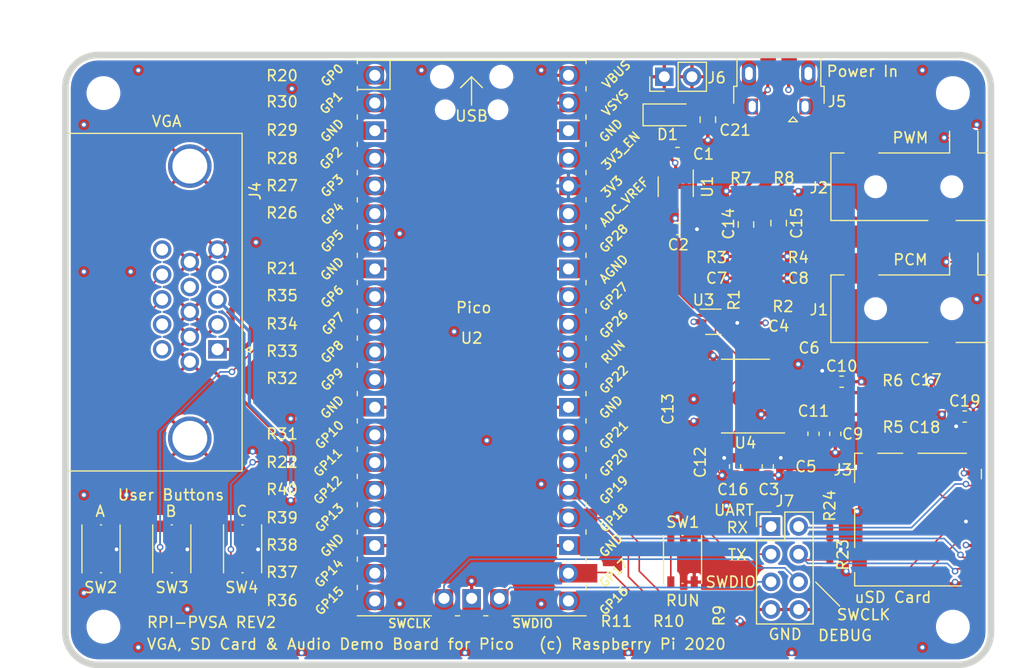
<source format=kicad_pcb>
(kicad_pcb (version 20171130) (host pcbnew "(5.1.6)-1")
  (title_block (title "RPI-PVSA   VGA, SD Card & Audio Demo Board for Pico") (date 2020-07-10) (rev REV2) (company "Raspberry Pi (Trading) Ltd") (comment 1 "(c) Raspberry Pi 2020"))
  (layers (0 F.Cu signal) (1 In1.Cu signal hide) (2 In2.Cu signal hide) (31 B.Cu signal hide) (34 B.Paste user hide) (35 F.Paste user hide) (36 B.SilkS user hide) (37 F.SilkS user) (38 B.Mask user hide) (39 F.Mask user hide) (44 Edge.Cuts user))
  (net 0 "")
  (net 1 GND)
  (net 2 /VSYS)
  (net 3 +3.3VA)
  (net 4 /PWM_LL)
  (net 5 /PWM_RR)
  (net 6 "Net-(C9-Pad1)")
  (net 7 "Net-(C11-Pad2)")
  (net 8 "Net-(C11-Pad1)")
  (net 9 +3V3)
  (net 10 "Net-(C13-Pad1)")
  (net 11 /PWM_AUDIO_L)
  (net 12 /PWM_AUDIO_R)
  (net 13 /PCM_AUDIO_R)
  (net 14 /PCM_AUDIO_L)
  (net 15 /SD_DAT1)
  (net 16 /SD_DAT2)
  (net 17 "Net-(J4-Pad15)")
  (net 18 "Net-(J4-Pad12)")
  (net 19 "Net-(J4-Pad11)")
  (net 20 "Net-(J4-Pad9)")
  (net 21 "Net-(J4-Pad4)")
  (net 22 /VGA_B)
  (net 23 /VGA_G)
  (net 24 /VGA_R)
  (net 25 /PWM_L)
  (net 26 /PWM_R)
  (net 27 /PCM_L)
  (net 28 /PCM_R)
  (net 29 /GPIO5)
  (net 30 /GPIO16)
  (net 31 /GPIO17)
  (net 32 /GPIO18)
  (net 33 /GPIO19)
  (net 34 /GPIO20)
  (net 35 /GPIO21)
  (net 36 /GPIO22)
  (net 37 /GPIO26)
  (net 38 /GPIO27)
  (net 39 /GPIO28)
  (net 40 "Net-(R20-Pad2)")
  (net 41 /GPIO0)
  (net 42 "Net-(R21-Pad2)")
  (net 43 /GPIO6)
  (net 44 "Net-(R22-Pad2)")
  (net 45 /GPIO11)
  (net 46 /GPIO4)
  (net 47 /GPIO3)
  (net 48 /GPIO2)
  (net 49 /GPIO1)
  (net 50 /GPIO10)
  (net 51 /GPIO9)
  (net 52 /GPIO8)
  (net 53 /GPIO7)
  (net 54 /GPIO15)
  (net 55 /GPIO14)
  (net 56 /GPIO13)
  (net 57 /GPIO12)
  (net 58 /RUN)
  (net 59 "Net-(U1-Pad4)")
  (net 60 +5V)
  (net 61 "Net-(J5-Pad4)")
  (net 62 "Net-(J5-Pad3)")
  (net 63 "Net-(J5-Pad2)")
  (net 64 VBUS)
  (net 65 "Net-(U2-Pad37)")
  (net 66 "Net-(U2-Pad35)")
  (net 67 "Net-(J3-Pad10)")
  (net 68 "Net-(J3-Pad9)")
  (net 69 /VSYNC)
  (net 70 /HSYNC)
  (net 71 /SWCLK)
  (net 72 /SWDIO)
  (module RPi_Pico:RPi_Pico_SMD_TH (layer F.Cu) (at 130.81 75)
    (fp_text reference U2 (at 0 0) (layer F.SilkS))
    (fp_text value Pico)
    (fp_text user SWDIO (at 5.6 26.2) (layer F.SilkS) (effects (font (size 0.8 0.8))))
    (fp_text user SWCLK (at -5.7 26.2) (layer F.SilkS) (effects (font (size 0.8 0.8))))
    (fp_text user AGND (at 13.054 -6.35 45) (layer F.SilkS) (effects (font (size 0.8 0.8))))
    (fp_text user GND (at 12.8 -19.05 45) (layer F.SilkS) (effects (font (size 0.8 0.8))))
    (fp_text user GND (at 12.8 6.35 45) (layer F.SilkS) (effects (font (size 0.8 0.8))))
    (fp_text user GND (at 12.8 19.05 45) (layer F.SilkS) (effects (font (size 0.8 0.8))))
    (fp_text user GND (at -12.8 19.05 45) (layer F.SilkS) (effects (font (size 0.8 0.8))))
    (fp_text user GND (at -12.8 6.35 45) (layer F.SilkS) (effects (font (size 0.8 0.8))))
    (fp_text user GND (at -12.8 -6.35 45) (layer F.SilkS) (effects (font (size 0.8 0.8))))
    (fp_text user GND (at -12.8 -19.05 45) (layer F.SilkS) (effects (font (size 0.8 0.8))))
    (fp_text user VBUS (at 13.3 -24.2 45) (layer F.SilkS) (effects (font (size 0.8 0.8))))
    (fp_text user VSYS (at 13.2 -21.59 45) (layer F.SilkS) (effects (font (size 0.8 0.8))))
    (fp_text user 3V3_EN (at 13.7 -17.2 45) (layer F.SilkS) (effects (font (size 0.8 0.8))))
    (fp_text user 3V3 (at 12.9 -13.9 45) (layer F.SilkS) (effects (font (size 0.8 0.8))))
    (fp_text user ADC_VREF (at 14 -12.5 45) (layer F.SilkS) (effects (font (size 0.8 0.8))))
    (fp_text user GP28 (at 13.054 -9.144 45) (layer F.SilkS) (effects (font (size 0.8 0.8))))
    (fp_text user GP27 (at 13.054 -3.8 45) (layer F.SilkS) (effects (font (size 0.8 0.8))))
    (fp_text user GP26 (at 13.054 -1.27 45) (layer F.SilkS) (effects (font (size 0.8 0.8))))
    (fp_text user RUN (at 13 1.27 45) (layer F.SilkS) (effects (font (size 0.8 0.8))))
    (fp_text user GP22 (at 13.054 3.81 45) (layer F.SilkS) (effects (font (size 0.8 0.8))))
    (fp_text user GP21 (at 13.054 8.9 45) (layer F.SilkS) (effects (font (size 0.8 0.8))))
    (fp_text user GP20 (at 13.054 11.43 45) (layer F.SilkS) (effects (font (size 0.8 0.8))))
    (fp_text user GP19 (at 13.054 13.97 45) (layer F.SilkS) (effects (font (size 0.8 0.8))))
    (fp_text user GP18 (at 13.054 16.51 45) (layer F.SilkS) (effects (font (size 0.8 0.8))))
    (fp_text user GP17 (at 13.054 21.59 45) (layer F.SilkS) (effects (font (size 0.8 0.8))))
    (fp_text user GP16 (at 13.054 24.13 45) (layer F.SilkS) (effects (font (size 0.8 0.8))))
    (fp_text user GP15 (at -13.054 24.13 45) (layer F.SilkS) (effects (font (size 0.8 0.8))))
    (fp_text user GP14 (at -13.1 21.59 45) (layer F.SilkS) (effects (font (size 0.8 0.8))))
    (fp_text user GP13 (at -13.054 16.51 45) (layer F.SilkS) (effects (font (size 0.8 0.8))))
    (fp_text user GP12 (at -13.2 13.97 45) (layer F.SilkS) (effects (font (size 0.8 0.8))))
    (fp_text user GP11 (at -13.2 11.43 45) (layer F.SilkS) (effects (font (size 0.8 0.8))))
    (fp_text user GP10 (at -13.054 8.89 45) (layer F.SilkS) (effects (font (size 0.8 0.8))))
    (fp_text user GP9 (at -12.8 3.81 45) (layer F.SilkS) (effects (font (size 0.8 0.8))))
    (fp_text user GP8 (at -12.8 1.27 45) (layer F.SilkS) (effects (font (size 0.8 0.8))))
    (fp_text user GP7 (at -12.7 -1.3 45) (layer F.SilkS) (effects (font (size 0.8 0.8))))
    (fp_text user GP6 (at -12.8 -3.81 45) (layer F.SilkS) (effects (font (size 0.8 0.8))))
    (fp_text user GP5 (at -12.8 -8.89 45) (layer F.SilkS) (effects (font (size 0.8 0.8))))
    (fp_text user GP4 (at -12.8 -11.43 45) (layer F.SilkS) (effects (font (size 0.8 0.8))))
    (fp_text user GP3 (at -12.8 -13.97 45) (layer F.SilkS) (effects (font (size 0.8 0.8))))
    (fp_text user GP0 (at -12.8 -24.13 45) (layer F.SilkS) (effects (font (size 0.8 0.8))))
    (fp_text user GP2 (at -12.9 -16.51 45) (layer F.SilkS) (effects (font (size 0.8 0.8))))
    (fp_text user GP1 (at -12.9 -21.6 45) (layer F.SilkS) (effects (font (size 0.8 0.8))))
    (pad 43 thru_hole oval (at 2.54 23.9) (size 1.7 1.7) (drill 1.02) (layers *.Cu *.Mask) (net 72 /SWDIO))
    (pad 43 smd rect (at 2.54 23.9 90) (size 3.5 1.7) (drill (offset -0.9 0)) (layers F.Cu F.Mask) (net 72 /SWDIO))
    (pad 42 thru_hole rect (at 0 23.9) (size 1.7 1.7) (drill 1.02) (layers *.Cu *.Mask) (net 1 GND))
    (pad 42 smd rect (at 0 23.9 90) (size 3.5 1.7) (drill (offset -0.9 0)) (layers F.Cu F.Mask) (net 1 GND))
    (pad 41 thru_hole oval (at -2.54 23.9) (size 1.7 1.7) (drill 1.02) (layers *.Cu *.Mask) (net 71 /SWCLK))
    (pad 41 smd rect (at -2.54 23.9 90) (size 3.5 1.7) (drill (offset -0.9 0)) (layers F.Cu F.Mask) (net 71 /SWCLK))
    (pad "" np_thru_hole oval (at 2.425 -20.97) (size 1.5 1.5) (drill 1.5) (layers *.Cu *.Mask))
    (pad "" np_thru_hole oval (at -2.425 -20.97) (size 1.5 1.5) (drill 1.5) (layers *.Cu *.Mask))
    (pad "" np_thru_hole oval (at 2.725 -24) (size 1.8 1.8) (drill 1.8) (layers *.Cu *.Mask))
    (pad "" np_thru_hole oval (at -2.725 -24) (size 1.8 1.8) (drill 1.8) (layers *.Cu *.Mask))
    (pad 21 smd rect (at 8.89 24.13) (size 3.5 1.7) (drill (offset 0.9 0)) (layers F.Cu F.Mask) (net 30 /GPIO16))
    (pad 22 smd rect (at 8.89 21.59) (size 3.5 1.7) (drill (offset 0.9 0)) (layers F.Cu F.Mask) (net 31 /GPIO17))
    (pad 23 smd rect (at 8.89 19.05) (size 3.5 1.7) (drill (offset 0.9 0)) (layers F.Cu F.Mask) (net 1 GND))
    (pad 24 smd rect (at 8.89 16.51) (size 3.5 1.7) (drill (offset 0.9 0)) (layers F.Cu F.Mask) (net 32 /GPIO18))
    (pad 25 smd rect (at 8.89 13.97) (size 3.5 1.7) (drill (offset 0.9 0)) (layers F.Cu F.Mask) (net 33 /GPIO19))
    (pad 26 smd rect (at 8.89 11.43) (size 3.5 1.7) (drill (offset 0.9 0)) (layers F.Cu F.Mask) (net 34 /GPIO20))
    (pad 27 smd rect (at 8.89 8.89) (size 3.5 1.7) (drill (offset 0.9 0)) (layers F.Cu F.Mask) (net 35 /GPIO21))
    (pad 28 smd rect (at 8.89 6.35) (size 3.5 1.7) (drill (offset 0.9 0)) (layers F.Cu F.Mask) (net 1 GND))
    (pad 29 smd rect (at 8.89 3.81) (size 3.5 1.7) (drill (offset 0.9 0)) (layers F.Cu F.Mask) (net 36 /GPIO22))
    (pad 30 smd rect (at 8.89 1.27) (size 3.5 1.7) (drill (offset 0.9 0)) (layers F.Cu F.Mask) (net 58 /RUN))
    (pad 31 smd rect (at 8.89 -1.27) (size 3.5 1.7) (drill (offset 0.9 0)) (layers F.Cu F.Mask) (net 37 /GPIO26))
    (pad 32 smd rect (at 8.89 -3.81) (size 3.5 1.7) (drill (offset 0.9 0)) (layers F.Cu F.Mask) (net 38 /GPIO27))
    (pad 33 smd rect (at 8.89 -6.35) (size 3.5 1.7) (drill (offset 0.9 0)) (layers F.Cu F.Mask) (net 1 GND))
    (pad 34 smd rect (at 8.89 -8.89) (size 3.5 1.7) (drill (offset 0.9 0)) (layers F.Cu F.Mask) (net 39 /GPIO28))
    (pad 35 smd rect (at 8.89 -11.43) (size 3.5 1.7) (drill (offset 0.9 0)) (layers F.Cu F.Mask) (net 66 "Net-(U2-Pad35)"))
    (pad 36 smd rect (at 8.89 -13.97) (size 3.5 1.7) (drill (offset 0.9 0)) (layers F.Cu F.Mask) (net 9 +3V3))
    (pad 37 smd rect (at 8.89 -16.51) (size 3.5 1.7) (drill (offset 0.9 0)) (layers F.Cu F.Mask) (net 65 "Net-(U2-Pad37)"))
    (pad 38 smd rect (at 8.89 -19.05) (size 3.5 1.7) (drill (offset 0.9 0)) (layers F.Cu F.Mask) (net 1 GND))
    (pad 39 smd rect (at 8.89 -21.59) (size 3.5 1.7) (drill (offset 0.9 0)) (layers F.Cu F.Mask) (net 2 /VSYS))
    (pad 40 smd rect (at 8.89 -24.13) (size 3.5 1.7) (drill (offset 0.9 0)) (layers F.Cu F.Mask) (net 64 VBUS))
    (pad 20 smd rect (at -8.89 24.13) (size 3.5 1.7) (drill (offset -0.9 0)) (layers F.Cu F.Mask) (net 54 /GPIO15))
    (pad 19 smd rect (at -8.89 21.59) (size 3.5 1.7) (drill (offset -0.9 0)) (layers F.Cu F.Mask) (net 55 /GPIO14))
    (pad 18 smd rect (at -8.89 19.05) (size 3.5 1.7) (drill (offset -0.9 0)) (layers F.Cu F.Mask) (net 1 GND))
    (pad 17 smd rect (at -8.89 16.51) (size 3.5 1.7) (drill (offset -0.9 0)) (layers F.Cu F.Mask) (net 56 /GPIO13))
    (pad 16 smd rect (at -8.89 13.97) (size 3.5 1.7) (drill (offset -0.9 0)) (layers F.Cu F.Mask) (net 57 /GPIO12))
    (pad 15 smd rect (at -8.89 11.43) (size 3.5 1.7) (drill (offset -0.9 0)) (layers F.Cu F.Mask) (net 45 /GPIO11))
    (pad 14 smd rect (at -8.89 8.89) (size 3.5 1.7) (drill (offset -0.9 0)) (layers F.Cu F.Mask) (net 50 /GPIO10))
    (pad 13 smd rect (at -8.89 6.35) (size 3.5 1.7) (drill (offset -0.9 0)) (layers F.Cu F.Mask) (net 1 GND))
    (pad 12 smd rect (at -8.89 3.81) (size 3.5 1.7) (drill (offset -0.9 0)) (layers F.Cu F.Mask) (net 51 /GPIO9))
    (pad 11 smd rect (at -8.89 1.27) (size 3.5 1.7) (drill (offset -0.9 0)) (layers F.Cu F.Mask) (net 52 /GPIO8))
    (pad 10 smd rect (at -8.89 -1.27) (size 3.5 1.7) (drill (offset -0.9 0)) (layers F.Cu F.Mask) (net 53 /GPIO7))
    (pad 9 smd rect (at -8.89 -3.81) (size 3.5 1.7) (drill (offset -0.9 0)) (layers F.Cu F.Mask) (net 43 /GPIO6))
    (pad 8 smd rect (at -8.89 -6.35) (size 3.5 1.7) (drill (offset -0.9 0)) (layers F.Cu F.Mask) (net 1 GND))
    (pad 7 smd rect (at -8.89 -8.89) (size 3.5 1.7) (drill (offset -0.9 0)) (layers F.Cu F.Mask) (net 29 /GPIO5))
    (pad 6 smd rect (at -8.89 -11.43) (size 3.5 1.7) (drill (offset -0.9 0)) (layers F.Cu F.Mask) (net 46 /GPIO4))
    (pad 5 smd rect (at -8.89 -13.97) (size 3.5 1.7) (drill (offset -0.9 0)) (layers F.Cu F.Mask) (net 47 /GPIO3))
    (pad 4 smd rect (at -8.89 -16.51) (size 3.5 1.7) (drill (offset -0.9 0)) (layers F.Cu F.Mask) (net 48 /GPIO2))
    (pad 3 smd rect (at -8.89 -19.05) (size 3.5 1.7) (drill (offset -0.9 0)) (layers F.Cu F.Mask) (net 1 GND))
    (pad 2 smd rect (at -8.89 -21.59) (size 3.5 1.7) (drill (offset -0.9 0)) (layers F.Cu F.Mask) (net 49 /GPIO1))
    (pad 1 smd rect (at -8.89 -24.13) (size 3.5 1.7) (drill (offset -0.9 0)) (layers F.Cu F.Mask) (net 41 /GPIO0))
    (pad 40 thru_hole oval (at 8.89 -24.13) (size 1.7 1.7) (drill 1.02) (layers *.Cu *.Mask) (net 64 VBUS))
    (pad 39 thru_hole oval (at 8.89 -21.59) (size 1.7 1.7) (drill 1.02) (layers *.Cu *.Mask) (net 2 /VSYS))
    (pad 38 thru_hole rect (at 8.89 -19.05) (size 1.7 1.7) (drill 1.02) (layers *.Cu *.Mask) (net 1 GND))
    (pad 37 thru_hole oval (at 8.89 -16.51) (size 1.7 1.7) (drill 1.02) (layers *.Cu *.Mask) (net 65 "Net-(U2-Pad37)"))
    (pad 36 thru_hole oval (at 8.89 -13.97) (size 1.7 1.7) (drill 1.02) (layers *.Cu *.Mask) (net 9 +3V3))
    (pad 35 thru_hole oval (at 8.89 -11.43) (size 1.7 1.7) (drill 1.02) (layers *.Cu *.Mask) (net 66 "Net-(U2-Pad35)"))
    (pad 34 thru_hole oval (at 8.89 -8.89) (size 1.7 1.7) (drill 1.02) (layers *.Cu *.Mask) (net 39 /GPIO28))
    (pad 33 thru_hole rect (at 8.89 -6.35) (size 1.7 1.7) (drill 1.02) (layers *.Cu *.Mask) (net 1 GND))
    (pad 32 thru_hole oval (at 8.89 -3.81) (size 1.7 1.7) (drill 1.02) (layers *.Cu *.Mask) (net 38 /GPIO27))
    (pad 31 thru_hole oval (at 8.89 -1.27) (size 1.7 1.7) (drill 1.02) (layers *.Cu *.Mask) (net 37 /GPIO26))
    (pad 30 thru_hole oval (at 8.89 1.27) (size 1.7 1.7) (drill 1.02) (layers *.Cu *.Mask) (net 58 /RUN))
    (pad 29 thru_hole oval (at 8.89 3.81) (size 1.7 1.7) (drill 1.02) (layers *.Cu *.Mask) (net 36 /GPIO22))
    (pad 28 thru_hole rect (at 8.89 6.35) (size 1.7 1.7) (drill 1.02) (layers *.Cu *.Mask) (net 1 GND))
    (pad 27 thru_hole oval (at 8.89 8.89) (size 1.7 1.7) (drill 1.02) (layers *.Cu *.Mask) (net 35 /GPIO21))
    (pad 26 thru_hole oval (at 8.89 11.43) (size 1.7 1.7) (drill 1.02) (layers *.Cu *.Mask) (net 34 /GPIO20))
    (pad 25 thru_hole oval (at 8.89 13.97) (size 1.7 1.7) (drill 1.02) (layers *.Cu *.Mask) (net 33 /GPIO19))
    (pad 24 thru_hole oval (at 8.89 16.51) (size 1.7 1.7) (drill 1.02) (layers *.Cu *.Mask) (net 32 /GPIO18))
    (pad 23 thru_hole rect (at 8.89 19.05) (size 1.7 1.7) (drill 1.02) (layers *.Cu *.Mask) (net 1 GND))
    (pad 22 thru_hole oval (at 8.89 21.59) (size 1.7 1.7) (drill 1.02) (layers *.Cu *.Mask) (net 31 /GPIO17))
    (pad 21 thru_hole oval (at 8.89 24.13) (size 1.7 1.7) (drill 1.02) (layers *.Cu *.Mask) (net 30 /GPIO16))
    (pad 20 thru_hole oval (at -8.89 24.13) (size 1.7 1.7) (drill 1.02) (layers *.Cu *.Mask) (net 54 /GPIO15))
    (pad 19 thru_hole oval (at -8.89 21.59) (size 1.7 1.7) (drill 1.02) (layers *.Cu *.Mask) (net 55 /GPIO14))
    (pad 18 thru_hole rect (at -8.89 19.05) (size 1.7 1.7) (drill 1.02) (layers *.Cu *.Mask) (net 1 GND))
    (pad 17 thru_hole oval (at -8.89 16.51) (size 1.7 1.7) (drill 1.02) (layers *.Cu *.Mask) (net 56 /GPIO13))
    (pad 16 thru_hole oval (at -8.89 13.97) (size 1.7 1.7) (drill 1.02) (layers *.Cu *.Mask) (net 57 /GPIO12))
    (pad 15 thru_hole oval (at -8.89 11.43) (size 1.7 1.7) (drill 1.02) (layers *.Cu *.Mask) (net 45 /GPIO11))
    (pad 14 thru_hole oval (at -8.89 8.89) (size 1.7 1.7) (drill 1.02) (layers *.Cu *.Mask) (net 50 /GPIO10))
    (pad 13 thru_hole rect (at -8.89 6.35) (size 1.7 1.7) (drill 1.02) (layers *.Cu *.Mask) (net 1 GND))
    (pad 12 thru_hole oval (at -8.89 3.81) (size 1.7 1.7) (drill 1.02) (layers *.Cu *.Mask) (net 51 /GPIO9))
    (pad 11 thru_hole oval (at -8.89 1.27) (size 1.7 1.7) (drill 1.02) (layers *.Cu *.Mask) (net 52 /GPIO8))
    (pad 10 thru_hole oval (at -8.89 -1.27) (size 1.7 1.7) (drill 1.02) (layers *.Cu *.Mask) (net 53 /GPIO7))
    (pad 9 thru_hole oval (at -8.89 -3.81) (size 1.7 1.7) (drill 1.02) (layers *.Cu *.Mask) (net 43 /GPIO6))
    (pad 8 thru_hole rect (at -8.89 -6.35) (size 1.7 1.7) (drill 1.02) (layers *.Cu *.Mask) (net 1 GND))
    (pad 7 thru_hole oval (at -8.89 -8.89) (size 1.7 1.7) (drill 1.02) (layers *.Cu *.Mask) (net 29 /GPIO5))
    (pad 6 thru_hole oval (at -8.89 -11.43) (size 1.7 1.7) (drill 1.02) (layers *.Cu *.Mask) (net 46 /GPIO4))
    (pad 5 thru_hole oval (at -8.89 -13.97) (size 1.7 1.7) (drill 1.02) (layers *.Cu *.Mask) (net 47 /GPIO3))
    (pad 4 thru_hole oval (at -8.89 -16.51) (size 1.7 1.7) (drill 1.02) (layers *.Cu *.Mask) (net 48 /GPIO2))
    (pad 3 thru_hole rect (at -8.89 -19.05) (size 1.7 1.7) (drill 1.02) (layers *.Cu *.Mask) (net 1 GND))
    (pad 2 thru_hole oval (at -8.89 -21.59) (size 1.7 1.7) (drill 1.02) (layers *.Cu *.Mask) (net 49 /GPIO1))
    (pad 1 thru_hole oval (at -8.89 -24.13) (size 1.7 1.7) (drill 1.02) (layers *.Cu *.Mask) (net 41 /GPIO0))
  )
  (module RPi_Pico:USB_Micro-B_Amphenol_10103594-0001LF_Horizontal_modified (layer F.Cu) (at 159 50.7 180)
    (fp_text reference J5 (at -5.365 -2.58) (layer F.SilkS))
    (fp_text value USB_B_Micro)
    (pad 6 thru_hole oval (at 2.425 -3.03 270) (size 1.45 1.05) (drill oval 1.05 0.65) (layers *.Cu *.Mask) (net 1 GND))
    (pad 6 smd rect (at 2.9875 -1.7 180) (size 1.825 0.7) (layers F.Cu F.Paste F.Mask) (net 1 GND))
    (pad 6 smd roundrect (at 2.725 -0.425 180) (size 1.3 3.25) (layers F.Cu F.Paste F.Mask) (roundrect_rratio 0.296) (net 1 GND))
    (pad 6 smd roundrect (at -2.725 -0.425 180) (size 1.3 3.25) (layers F.Cu F.Paste F.Mask) (roundrect_rratio 0.296) (net 1 GND))
    (pad 6 smd rect (at -2.9875 -1.7 180) (size 1.825 0.7) (layers F.Cu F.Paste F.Mask) (net 1 GND))
    (pad 6 smd rect (at -2.9 -3.03 180) (size 2 1.46) (layers F.Cu F.Paste F.Mask) (net 1 GND))
    (pad 6 smd rect (at 2.9 -3.03 180) (size 2 1.46) (layers F.Cu F.Paste F.Mask) (net 1 GND))
    (pad 1 smd rect (at -1.3 -2.825 270) (size 1.75 0.4) (layers F.Cu F.Paste F.Mask) (net 60 +5V))
    (pad 2 smd rect (at -0.65 -2.825 270) (size 1.75 0.4) (layers F.Cu F.Paste F.Mask) (net 63 "Net-(J5-Pad2)"))
    (pad 3 smd rect (at 0 -2.825 270) (size 1.75 0.4) (layers F.Cu F.Paste F.Mask) (net 62 "Net-(J5-Pad3)"))
    (pad 4 smd rect (at 0.65 -2.825 270) (size 1.75 0.4) (layers F.Cu F.Paste F.Mask) (net 61 "Net-(J5-Pad4)"))
    (pad 5 smd rect (at 1.3 -2.825 270) (size 1.75 0.4) (layers F.Cu F.Paste F.Mask) (net 1 GND))
    (pad 6 thru_hole oval (at -2.425 -3.03 270) (size 1.45 1.05) (drill oval 1.05 0.65) (layers *.Cu *.Mask) (net 1 GND))
    (pad 6 thru_hole oval (at -2.725 0 270) (size 1.8 1.3) (drill oval 1.2 0.7) (layers *.Cu *.Mask) (net 1 GND))
    (pad 6 thru_hole oval (at 2.725 0 270) (size 1.8 1.3) (drill oval 1.2 0.7) (layers *.Cu *.Mask) (net 1 GND))
    (pad 6 smd rect (at -0.9625 0.25 270) (size 2.5 1.425) (layers F.Cu F.Paste F.Mask) (net 1 GND))
    (pad 6 smd rect (at 0.9625 0.25 270) (size 2.5 1.425) (layers F.Cu F.Paste F.Mask) (net 1 GND))
  )
  (module RPi_Pico:DSUB-15-L77HDE15SD1CH4F (layer F.Cu) (at 93.5 71.7 90)
    (fp_text reference J4 (at 10.2 17.43 270) (layer F.SilkS))
    (fp_text value L77HDE15SD1CH4F)
    (pad 1 thru_hole rect (at -4.33 13.97 270) (size 1.7 1.7) (drill 1.1) (layers *.Cu *.Mask) (net 24 /VGA_R))
    (pad 2 thru_hole circle (at -2.04 13.97 270) (size 1.7 1.7) (drill 1.1) (layers *.Cu *.Mask) (net 23 /VGA_G))
    (pad 3 thru_hole circle (at 0.25 13.97 270) (size 1.7 1.7) (drill 1.1) (layers *.Cu *.Mask) (net 22 /VGA_B))
    (pad 4 thru_hole circle (at 2.54 13.97 270) (size 1.7 1.7) (drill 1.1) (layers *.Cu *.Mask) (net 21 "Net-(J4-Pad4)"))
    (pad 5 thru_hole circle (at 4.83 13.97 270) (size 1.7 1.7) (drill 1.1) (layers *.Cu *.Mask) (net 1 GND))
    (pad 11 thru_hole circle (at -4.33 8.89 270) (size 1.7 1.7) (drill 1.1) (layers *.Cu *.Mask) (net 19 "Net-(J4-Pad11)"))
    (pad 13 thru_hole circle (at 0.25 8.89 270) (size 1.7 1.7) (drill 1.1) (layers *.Cu *.Mask) (net 70 /HSYNC))
    (pad 12 thru_hole circle (at -2.04 8.89 270) (size 1.7 1.7) (drill 1.1) (layers *.Cu *.Mask) (net 18 "Net-(J4-Pad12)"))
    (pad 15 thru_hole circle (at 4.83 8.89 270) (size 1.7 1.7) (drill 1.1) (layers *.Cu *.Mask) (net 17 "Net-(J4-Pad15)"))
    (pad 14 thru_hole circle (at 2.54 8.89 270) (size 1.7 1.7) (drill 1.1) (layers *.Cu *.Mask) (net 69 /VSYNC))
    (pad 10 thru_hole circle (at 3.685 11.43 270) (size 1.7 1.7) (drill 1.1) (layers *.Cu *.Mask) (net 1 GND))
    (pad 9 thru_hole circle (at 1.395 11.43 270) (size 1.7 1.7) (drill 1.1) (layers *.Cu *.Mask) (net 20 "Net-(J4-Pad9)"))
    (pad 6 thru_hole circle (at -5.475 11.43 270) (size 1.7 1.7) (drill 1.1) (layers *.Cu *.Mask) (net 1 GND))
    (pad 7 thru_hole circle (at -3.185 11.43 270) (size 1.7 1.7) (drill 1.1) (layers *.Cu *.Mask) (net 1 GND))
    (pad 8 thru_hole circle (at -0.895 11.43 270) (size 1.7 1.7) (drill 1.1) (layers *.Cu *.Mask) (net 1 GND))
    (pad 0 thru_hole circle (at -12.495 11.43 270) (size 4 4) (drill 3.2) (layers *.Cu *.Mask) (net 1 GND))
    (pad 0 thru_hole circle (at 12.495 11.43 270) (size 4 4) (drill 3.2) (layers *.Cu *.Mask) (net 1 GND))
  )
  (module RPi_Pico:CUI_SJ-3523-audio-jack (layer F.Cu) (at 172.4 61.1 270)
    (fp_text reference J2 (at 0.1 9.7) (layer F.SilkS))
    (fp_text value AudioJack3)
    (pad 3 smd rect (at 3.7 -1.6 270) (size 2.8 2.2) (layers F.Cu F.Paste F.Mask) (net 12 /PWM_AUDIO_R))
    (pad 1 smd rect (at -3.7 -3.6 270) (size 2.8 2.2) (layers F.Cu F.Paste F.Mask) (net 1 GND))
    (pad 2 smd rect (at -3.7 5.8 270) (size 2.8 2.8) (layers F.Cu F.Paste F.Mask) (net 11 /PWM_AUDIO_L))
    (pad "" np_thru_hole circle (at 0 -2.5 270) (size 1.7 1.7) (drill 1.7) (layers *.Cu *.Mask))
    (pad "" np_thru_hole circle (at 0 4.5 270) (size 1.7 1.7) (drill 1.7) (layers *.Cu *.Mask))
  )
  (module RPi_Pico:CUI_SJ-3523-audio-jack (layer F.Cu) (at 172.4 72.3 270)
    (fp_text reference J1 (at 0.1 9.7) (layer F.SilkS))
    (fp_text value AudioJack3)
    (pad 3 smd rect (at 3.7 -1.6 270) (size 2.8 2.2) (layers F.Cu F.Paste F.Mask) (net 13 /PCM_AUDIO_R))
    (pad 1 smd rect (at -3.7 -3.6 270) (size 2.8 2.2) (layers F.Cu F.Paste F.Mask) (net 1 GND))
    (pad 2 smd rect (at -3.7 5.8 270) (size 2.8 2.8) (layers F.Cu F.Paste F.Mask) (net 14 /PCM_AUDIO_L))
    (pad "" np_thru_hole circle (at 0 -2.5 270) (size 1.7 1.7) (drill 1.7) (layers *.Cu *.Mask))
    (pad "" np_thru_hole circle (at 0 4.5 270) (size 1.7 1.7) (drill 1.7) (layers *.Cu *.Mask))
  )
  (module RPi_Pico:MBR120_SOD-123 (layer F.Cu) (at 148.85 54.5)
    (fp_text reference D1 (at -0.05 1.8) (layer F.SilkS))
    (fp_text value MBR120)
    (pad 2 smd rect (at 1.475 0) (size 1.25 1.22) (layers F.Cu F.Paste F.Mask) (net 60 +5V))
    (pad 1 smd rect (at -1.475 0) (size 1.25 1.22) (layers F.Cu F.Paste F.Mask) (net 2 /VSYS))
  )
  (module Connector_PinHeader_2.54mm:PinHeader_2x04_P2.54mm_Vertical (layer F.Cu) (at 158.3 92.3)
    (fp_text reference J7 (at 1.27 -2.33) (layer F.SilkS))
    (fp_text value Conn_02x03_Odd_Even)
    (pad 8 thru_hole oval (at 2.54 7.62) (size 1.7 1.7) (drill 1) (layers *.Cu *.Mask) (net 1 GND))
    (pad 7 thru_hole oval (at 0 7.62) (size 1.7 1.7) (drill 1) (layers *.Cu *.Mask) (net 1 GND))
    (pad 6 thru_hole oval (at 2.54 5.08) (size 1.7 1.7) (drill 1) (layers *.Cu *.Mask) (net 71 /SWCLK))
    (pad 5 thru_hole oval (at 0 5.08) (size 1.7 1.7) (drill 1) (layers *.Cu *.Mask) (net 72 /SWDIO))
    (pad 4 thru_hole oval (at 2.54 2.54) (size 1.7 1.7) (drill 1) (layers *.Cu *.Mask) (net 15 /SD_DAT1))
    (pad 3 thru_hole oval (at 0 2.54) (size 1.7 1.7) (drill 1) (layers *.Cu *.Mask) (net 34 /GPIO20))
    (pad 2 thru_hole oval (at 2.54 0) (size 1.7 1.7) (drill 1) (layers *.Cu *.Mask) (net 16 /SD_DAT2))
    (pad 1 thru_hole rect (at 0 0) (size 1.7 1.7) (drill 1) (layers *.Cu *.Mask) (net 35 /GPIO21))
  )
  (module Resistor_SMD:R_0402_1005Metric (layer F.Cu) (at 145.8 100.285 90)
    (fp_text reference R11 (at -0.715 -1.7 180) (layer F.SilkS))
    (fp_text value 47)
    (pad 2 smd roundrect (at 0.485 0 90) (size 0.59 0.64) (layers F.Cu F.Paste F.Mask) (net 30 /GPIO16))
    (pad 1 smd roundrect (at -0.485 0 90) (size 0.59 0.64) (layers F.Cu F.Paste F.Mask) (net 70 /HSYNC))
  )
  (module Resistor_SMD:R_0402_1005Metric (layer F.Cu) (at 147 100.285 90)
    (fp_text reference R10 (at -0.715 1.9 180) (layer F.SilkS))
    (fp_text value 47)
    (pad 2 smd roundrect (at 0.485 0 90) (size 0.59 0.64) (layers F.Cu F.Paste F.Mask) (net 31 /GPIO17))
    (pad 1 smd roundrect (at -0.485 0 90) (size 0.59 0.64) (layers F.Cu F.Paste F.Mask) (net 69 /VSYNC))
  )
  (module Resistor_SMD:R_0402_1005Metric (layer F.Cu) (at 154.7 100.485 90)
    (fp_text reference R9 (at 0 -1.17 90) (layer F.SilkS))
    (fp_text value DNF)
    (pad 2 smd roundrect (at 0.485 0 90) (size 0.59 0.64) (layers F.Cu F.Paste F.Mask) (net 29 /GPIO5))
    (pad 1 smd roundrect (at -0.485 0 90) (size 0.59 0.64) (layers F.Cu F.Paste F.Mask) (net 1 GND))
  )
  (module Capacitor_SMD:C_0603_1608Metric (layer F.Cu) (at 176.0875 82.2)
    (fp_text reference C19 (at 0 -1.43) (layer F.SilkS))
    (fp_text value 10u)
    (pad 2 smd roundrect (at 0.7875 0) (size 0.875 0.95) (layers F.Cu F.Paste F.Mask) (net 1 GND))
    (pad 1 smd roundrect (at -0.7875 0) (size 0.875 0.95) (layers F.Cu F.Paste F.Mask) (net 9 +3V3))
  )
  (module Resistor_SMD:R_0402_1005Metric (layer F.Cu) (at 163.7 92.885 270)
    (fp_text reference R23 (at 2.015 -1.2 90) (layer F.SilkS))
    (fp_text value 10k)
    (pad 2 smd roundrect (at 0.485 0 270) (size 0.59 0.64) (layers F.Cu F.Paste F.Mask) (net 9 +3V3))
    (pad 1 smd roundrect (at -0.485 0 270) (size 0.59 0.64) (layers F.Cu F.Paste F.Mask) (net 16 /SD_DAT2))
  )
  (module MountingHole:MountingHole_2.7mm_M2.5 (layer F.Cu) (at 97 101.5)
    (fp_text reference H4 hide)
    (fp_text value MountingHole)
    (pad 1 np_thru_hole circle (at 0 0) (size 2.7 2.7) (drill 2.7) (layers *.Cu *.Mask))
  )
  (module MountingHole:MountingHole_2.7mm_M2.5 (layer F.Cu) (at 175 101.5)
    (fp_text reference H3 hide)
    (fp_text value MountingHole)
    (pad 1 np_thru_hole circle (at 0 0) (size 2.7 2.7) (drill 2.7) (layers *.Cu *.Mask))
  )
  (module MountingHole:MountingHole_2.7mm_M2.5 (layer F.Cu) (at 97 52.5)
    (fp_text reference H2 hide)
    (fp_text value MountingHole)
    (pad 1 np_thru_hole circle (at 0 0) (size 2.7 2.7) (drill 2.7) (layers *.Cu *.Mask))
  )
  (module MountingHole:MountingHole_2.7mm_M2.5 (layer F.Cu) (at 175 52.5)
    (fp_text reference H1 hide)
    (fp_text value MountingHole)
    (pad 1 np_thru_hole circle (at 0 0) (size 2.7 2.7) (drill 2.7) (layers *.Cu *.Mask))
  )
  (module Connector_PinHeader_2.54mm:PinHeader_1x02_P2.54mm_Vertical (layer F.Cu) (at 148.5 51 90)
    (fp_text reference J6 (at -0.1 4.8 180) (layer F.SilkS))
    (fp_text value Conn_01x02)
    (pad 2 thru_hole oval (at 0 2.54 90) (size 1.7 1.7) (drill 1) (layers *.Cu *.Mask) (net 60 +5V))
    (pad 1 thru_hole rect (at 0 0 90) (size 1.7 1.7) (drill 1) (layers *.Cu *.Mask) (net 64 VBUS))
  )
  (module Capacitor_SMD:C_0805_2012Metric (layer F.Cu) (at 152.5 54.9375 90)
    (fp_text reference C21 (at -0.9625 2.5 180) (layer F.SilkS))
    (fp_text value 47u)
    (pad 2 smd roundrect (at 0.9375 0 90) (size 0.975 1.4) (layers F.Cu F.Paste F.Mask) (net 60 +5V))
    (pad 1 smd roundrect (at -0.9375 0 90) (size 0.975 1.4) (layers F.Cu F.Paste F.Mask) (net 1 GND))
  )
  (module Capacitor_SMD:C_0402_1005Metric (layer F.Cu) (at 162 77.515 90)
    (fp_text reference C6 (at 1.615 -0.2 180) (layer F.SilkS))
    (fp_text value 100n)
    (pad 2 smd roundrect (at 0.485 0 90) (size 0.59 0.64) (layers F.Cu F.Paste F.Mask) (net 1 GND))
    (pad 1 smd roundrect (at -0.485 0 90) (size 0.59 0.64) (layers F.Cu F.Paste F.Mask) (net 3 +3.3VA))
  )
  (module Package_SO:TSSOP-20_4.4x6.5mm_P0.65mm (layer F.Cu) (at 155.95 80.325 180)
    (fp_text reference U4 (at 0 -4.3) (layer F.SilkS))
    (fp_text value PCM5101A)
    (pad 20 smd roundrect (at 2.8625 -2.925 180) (size 1.475 0.4) (layers F.Cu F.Paste F.Mask) (net 9 +3V3))
    (pad 19 smd roundrect (at 2.8625 -2.275 180) (size 1.475 0.4) (layers F.Cu F.Paste F.Mask) (net 1 GND))
    (pad 18 smd roundrect (at 2.8625 -1.625 180) (size 1.475 0.4) (layers F.Cu F.Paste F.Mask) (net 10 "Net-(C13-Pad1)"))
    (pad 17 smd roundrect (at 2.8625 -0.975 180) (size 1.475 0.4) (layers F.Cu F.Paste F.Mask) (net 9 +3V3))
    (pad 16 smd roundrect (at 2.8625 -0.325 180) (size 1.475 0.4) (layers F.Cu F.Paste F.Mask) (net 1 GND))
    (pad 15 smd roundrect (at 2.8625 0.325 180) (size 1.475 0.4) (layers F.Cu F.Paste F.Mask) (net 39 /GPIO28))
    (pad 14 smd roundrect (at 2.8625 0.975 180) (size 1.475 0.4) (layers F.Cu F.Paste F.Mask) (net 37 /GPIO26))
    (pad 13 smd roundrect (at 2.8625 1.625 180) (size 1.475 0.4) (layers F.Cu F.Paste F.Mask) (net 38 /GPIO27))
    (pad 12 smd roundrect (at 2.8625 2.275 180) (size 1.475 0.4) (layers F.Cu F.Paste F.Mask) (net 1 GND))
    (pad 11 smd roundrect (at 2.8625 2.925 180) (size 1.475 0.4) (layers F.Cu F.Paste F.Mask) (net 1 GND))
    (pad 10 smd roundrect (at -2.8625 2.925 180) (size 1.475 0.4) (layers F.Cu F.Paste F.Mask) (net 1 GND))
    (pad 9 smd roundrect (at -2.8625 2.275 180) (size 1.475 0.4) (layers F.Cu F.Paste F.Mask) (net 1 GND))
    (pad 8 smd roundrect (at -2.8625 1.625 180) (size 1.475 0.4) (layers F.Cu F.Paste F.Mask) (net 3 +3.3VA))
    (pad 7 smd roundrect (at -2.8625 0.975 180) (size 1.475 0.4) (layers F.Cu F.Paste F.Mask) (net 28 /PCM_R))
    (pad 6 smd roundrect (at -2.8625 0.325 180) (size 1.475 0.4) (layers F.Cu F.Paste F.Mask) (net 27 /PCM_L))
    (pad 5 smd roundrect (at -2.8625 -0.325 180) (size 1.475 0.4) (layers F.Cu F.Paste F.Mask) (net 6 "Net-(C9-Pad1)"))
    (pad 4 smd roundrect (at -2.8625 -0.975 180) (size 1.475 0.4) (layers F.Cu F.Paste F.Mask) (net 7 "Net-(C11-Pad2)"))
    (pad 3 smd roundrect (at -2.8625 -1.625 180) (size 1.475 0.4) (layers F.Cu F.Paste F.Mask) (net 1 GND))
    (pad 2 smd roundrect (at -2.8625 -2.275 180) (size 1.475 0.4) (layers F.Cu F.Paste F.Mask) (net 8 "Net-(C11-Pad1)"))
    (pad 1 smd roundrect (at -2.8625 -2.925 180) (size 1.475 0.4) (layers F.Cu F.Paste F.Mask) (net 3 +3.3VA))
  )
  (module Package_TO_SOT_SMD:SOT-363_SC-70-6 (layer F.Cu) (at 153 73.5)
    (fp_text reference U3 (at -0.9 -2) (layer F.SilkS))
    (fp_text value NC7WZ16P6X)
    (pad 6 smd rect (at 0.95 -0.65) (size 0.65 0.4) (layers F.Cu F.Paste F.Mask) (net 25 /PWM_L))
    (pad 4 smd rect (at 0.95 0.65) (size 0.65 0.4) (layers F.Cu F.Paste F.Mask) (net 26 /PWM_R))
    (pad 2 smd rect (at -0.95 0) (size 0.65 0.4) (layers F.Cu F.Paste F.Mask) (net 1 GND))
    (pad 5 smd rect (at 0.95 0) (size 0.65 0.4) (layers F.Cu F.Paste F.Mask) (net 3 +3.3VA))
    (pad 3 smd rect (at -0.95 0.65) (size 0.65 0.4) (layers F.Cu F.Paste F.Mask) (net 38 /GPIO27))
    (pad 1 smd rect (at -0.95 -0.65) (size 0.65 0.4) (layers F.Cu F.Paste F.Mask) (net 39 /GPIO28))
  )
  (module Package_TO_SOT_SMD:SOT-23-5 (layer F.Cu) (at 149.55 61.1 270)
    (fp_text reference U1 (at 0 -2.9 90) (layer F.SilkS))
    (fp_text value TLV70033_SOT23-5)
    (pad 5 smd rect (at 1.1 -0.95 270) (size 1.06 0.65) (layers F.Cu F.Paste F.Mask) (net 3 +3.3VA))
    (pad 4 smd rect (at 1.1 0.95 270) (size 1.06 0.65) (layers F.Cu F.Paste F.Mask) (net 59 "Net-(U1-Pad4)"))
    (pad 3 smd rect (at -1.1 0.95 270) (size 1.06 0.65) (layers F.Cu F.Paste F.Mask) (net 2 /VSYS))
    (pad 2 smd rect (at -1.1 0 270) (size 1.06 0.65) (layers F.Cu F.Paste F.Mask) (net 1 GND))
    (pad 1 smd rect (at -1.1 -0.95 270) (size 1.06 0.65) (layers F.Cu F.Paste F.Mask) (net 2 /VSYS))
  )
  (module Button_Switch_SMD:SW_Push_1P1T_NO_Vertical_Wuerth_434133025816 (layer F.Cu) (at 109.775 94.35 270)
    (fp_text reference SW4 (at 3.55 0.075) (layer F.SilkS))
    (fp_text value SW_Push)
    (pad 2 smd rect (at 2.05 1.075 270) (size 1.05 0.65) (layers F.Cu F.Paste F.Mask) (net 44 "Net-(R22-Pad2)"))
    (pad 1 smd rect (at 2.075 -1.075 270) (size 1.05 0.65) (layers F.Cu F.Paste F.Mask) (net 9 +3V3))
    (pad 2 smd rect (at -2.075 1.075 270) (size 1.05 0.65) (layers F.Cu F.Paste F.Mask) (net 44 "Net-(R22-Pad2)"))
    (pad 1 smd rect (at -2.075 -1.075 270) (size 1.05 0.65) (layers F.Cu F.Paste F.Mask) (net 9 +3V3))
  )
  (module Button_Switch_SMD:SW_Push_1P1T_NO_Vertical_Wuerth_434133025816 (layer F.Cu) (at 103.275 94.35 270)
    (fp_text reference SW3 (at 3.55 -0.025) (layer F.SilkS))
    (fp_text value SW_Push)
    (pad 2 smd rect (at 2.05 1.075 270) (size 1.05 0.65) (layers F.Cu F.Paste F.Mask) (net 42 "Net-(R21-Pad2)"))
    (pad 1 smd rect (at 2.075 -1.075 270) (size 1.05 0.65) (layers F.Cu F.Paste F.Mask) (net 9 +3V3))
    (pad 2 smd rect (at -2.075 1.075 270) (size 1.05 0.65) (layers F.Cu F.Paste F.Mask) (net 42 "Net-(R21-Pad2)"))
    (pad 1 smd rect (at -2.075 -1.075 270) (size 1.05 0.65) (layers F.Cu F.Paste F.Mask) (net 9 +3V3))
  )
  (module Button_Switch_SMD:SW_Push_1P1T_NO_Vertical_Wuerth_434133025816 (layer F.Cu) (at 96.775 94.35 270)
    (fp_text reference SW2 (at 3.55 0.025) (layer F.SilkS))
    (fp_text value SW_Push)
    (pad 2 smd rect (at 2.05 1.075 270) (size 1.05 0.65) (layers F.Cu F.Paste F.Mask) (net 40 "Net-(R20-Pad2)"))
    (pad 1 smd rect (at 2.075 -1.075 270) (size 1.05 0.65) (layers F.Cu F.Paste F.Mask) (net 9 +3V3))
    (pad 2 smd rect (at -2.075 1.075 270) (size 1.05 0.65) (layers F.Cu F.Paste F.Mask) (net 40 "Net-(R20-Pad2)"))
    (pad 1 smd rect (at -2.075 -1.075 270) (size 1.05 0.65) (layers F.Cu F.Paste F.Mask) (net 9 +3V3))
  )
  (module Button_Switch_SMD:SW_Push_1P1T_NO_Vertical_Wuerth_434133025816 (layer F.Cu) (at 150.175 95.325 90)
    (fp_text reference SW1 (at 3.425 0.025) (layer F.SilkS))
    (fp_text value SW_Push)
    (pad 2 smd rect (at 2.05 1.075 90) (size 1.05 0.65) (layers F.Cu F.Paste F.Mask) (net 1 GND))
    (pad 1 smd rect (at 2.075 -1.075 90) (size 1.05 0.65) (layers F.Cu F.Paste F.Mask) (net 58 /RUN))
    (pad 2 smd rect (at -2.075 1.075 90) (size 1.05 0.65) (layers F.Cu F.Paste F.Mask) (net 1 GND))
    (pad 1 smd rect (at -2.075 -1.075 90) (size 1.05 0.65) (layers F.Cu F.Paste F.Mask) (net 58 /RUN))
  )
  (module Resistor_SMD:R_0402_1005Metric (layer F.Cu) (at 115.785 88.9)
    (fp_text reference R40 (at -2.385 0) (layer F.SilkS))
    (fp_text value 8.06k)
    (pad 2 smd roundrect (at 0.485 0) (size 0.59 0.64) (layers F.Cu F.Paste F.Mask) (net 45 /GPIO11))
    (pad 1 smd roundrect (at -0.485 0) (size 0.59 0.64) (layers F.Cu F.Paste F.Mask) (net 22 /VGA_B))
  )
  (module Resistor_SMD:R_0402_1005Metric (layer F.Cu) (at 115.785 91.44)
    (fp_text reference R39 (at -2.385 0.06) (layer F.SilkS))
    (fp_text value 4.02k)
    (pad 2 smd roundrect (at 0.485 0) (size 0.59 0.64) (layers F.Cu F.Paste F.Mask) (net 57 /GPIO12))
    (pad 1 smd roundrect (at -0.485 0) (size 0.59 0.64) (layers F.Cu F.Paste F.Mask) (net 22 /VGA_B))
  )
  (module Resistor_SMD:R_0402_1005Metric (layer F.Cu) (at 115.785 93.98)
    (fp_text reference R38 (at -2.385 0.02 180) (layer F.SilkS))
    (fp_text value 2k)
    (pad 2 smd roundrect (at 0.485 0) (size 0.59 0.64) (layers F.Cu F.Paste F.Mask) (net 56 /GPIO13))
    (pad 1 smd roundrect (at -0.485 0) (size 0.59 0.64) (layers F.Cu F.Paste F.Mask) (net 22 /VGA_B))
  )
  (module Resistor_SMD:R_0402_1005Metric (layer F.Cu) (at 115.785 96.52)
    (fp_text reference R37 (at -2.385 -0.02) (layer F.SilkS))
    (fp_text value 1k)
    (pad 2 smd roundrect (at 0.485 0) (size 0.59 0.64) (layers F.Cu F.Paste F.Mask) (net 55 /GPIO14))
    (pad 1 smd roundrect (at -0.485 0) (size 0.59 0.64) (layers F.Cu F.Paste F.Mask) (net 22 /VGA_B))
  )
  (module Resistor_SMD:R_0402_1005Metric (layer F.Cu) (at 115.785 99.06)
    (fp_text reference R36 (at -2.385 0.04) (layer F.SilkS))
    (fp_text value 499)
    (pad 2 smd roundrect (at 0.485 0) (size 0.59 0.64) (layers F.Cu F.Paste F.Mask) (net 54 /GPIO15))
    (pad 1 smd roundrect (at -0.485 0) (size 0.59 0.64) (layers F.Cu F.Paste F.Mask) (net 22 /VGA_B))
  )
  (module Resistor_SMD:R_0402_1005Metric (layer F.Cu) (at 115.785 71.12)
    (fp_text reference R35 (at -2.385 -0.02) (layer F.SilkS))
    (fp_text value 8.06k)
    (pad 2 smd roundrect (at 0.485 0) (size 0.59 0.64) (layers F.Cu F.Paste F.Mask) (net 43 /GPIO6))
    (pad 1 smd roundrect (at -0.485 0) (size 0.59 0.64) (layers F.Cu F.Paste F.Mask) (net 23 /VGA_G))
  )
  (module Resistor_SMD:R_0402_1005Metric (layer F.Cu) (at 115.785 73.66)
    (fp_text reference R34 (at -2.385 0.04) (layer F.SilkS))
    (fp_text value 4.02k)
    (pad 2 smd roundrect (at 0.485 0) (size 0.59 0.64) (layers F.Cu F.Paste F.Mask) (net 53 /GPIO7))
    (pad 1 smd roundrect (at -0.485 0) (size 0.59 0.64) (layers F.Cu F.Paste F.Mask) (net 23 /VGA_G))
  )
  (module Resistor_SMD:R_0402_1005Metric (layer F.Cu) (at 115.785 76.2)
    (fp_text reference R33 (at -2.385 0) (layer F.SilkS))
    (fp_text value 2k)
    (pad 2 smd roundrect (at 0.485 0) (size 0.59 0.64) (layers F.Cu F.Paste F.Mask) (net 52 /GPIO8))
    (pad 1 smd roundrect (at -0.485 0) (size 0.59 0.64) (layers F.Cu F.Paste F.Mask) (net 23 /VGA_G))
  )
  (module Resistor_SMD:R_0402_1005Metric (layer F.Cu) (at 115.785 78.74)
    (fp_text reference R32 (at -2.385 -0.04) (layer F.SilkS))
    (fp_text value 1k)
    (pad 2 smd roundrect (at 0.485 0) (size 0.59 0.64) (layers F.Cu F.Paste F.Mask) (net 51 /GPIO9))
    (pad 1 smd roundrect (at -0.485 0) (size 0.59 0.64) (layers F.Cu F.Paste F.Mask) (net 23 /VGA_G))
  )
  (module Resistor_SMD:R_0402_1005Metric (layer F.Cu) (at 115.785 83.82)
    (fp_text reference R31 (at -2.385 -0.02) (layer F.SilkS))
    (fp_text value 499)
    (pad 2 smd roundrect (at 0.485 0) (size 0.59 0.64) (layers F.Cu F.Paste F.Mask) (net 50 /GPIO10))
    (pad 1 smd roundrect (at -0.485 0) (size 0.59 0.64) (layers F.Cu F.Paste F.Mask) (net 23 /VGA_G))
  )
  (module Resistor_SMD:R_0402_1005Metric (layer F.Cu) (at 115.785 53.34)
    (fp_text reference R30 (at -2.385 -0.04) (layer F.SilkS))
    (fp_text value 8.06k)
    (pad 2 smd roundrect (at 0.485 0) (size 0.59 0.64) (layers F.Cu F.Paste F.Mask) (net 41 /GPIO0))
    (pad 1 smd roundrect (at -0.485 0) (size 0.59 0.64) (layers F.Cu F.Paste F.Mask) (net 24 /VGA_R))
  )
  (module Resistor_SMD:R_0402_1005Metric (layer F.Cu) (at 115.785 55.88)
    (fp_text reference R29 (at -2.385 0.02) (layer F.SilkS))
    (fp_text value 4.02k)
    (pad 2 smd roundrect (at 0.485 0) (size 0.59 0.64) (layers F.Cu F.Paste F.Mask) (net 49 /GPIO1))
    (pad 1 smd roundrect (at -0.485 0) (size 0.59 0.64) (layers F.Cu F.Paste F.Mask) (net 24 /VGA_R))
  )
  (module Resistor_SMD:R_0402_1005Metric (layer F.Cu) (at 115.785 58.42)
    (fp_text reference R28 (at -2.385 0.08) (layer F.SilkS))
    (fp_text value 2k)
    (pad 2 smd roundrect (at 0.485 0) (size 0.59 0.64) (layers F.Cu F.Paste F.Mask) (net 48 /GPIO2))
    (pad 1 smd roundrect (at -0.485 0) (size 0.59 0.64) (layers F.Cu F.Paste F.Mask) (net 24 /VGA_R))
  )
  (module Resistor_SMD:R_0402_1005Metric (layer F.Cu) (at 115.785 60.96)
    (fp_text reference R27 (at -2.385 0.04) (layer F.SilkS))
    (fp_text value 1k)
    (pad 2 smd roundrect (at 0.485 0) (size 0.59 0.64) (layers F.Cu F.Paste F.Mask) (net 47 /GPIO3))
    (pad 1 smd roundrect (at -0.485 0) (size 0.59 0.64) (layers F.Cu F.Paste F.Mask) (net 24 /VGA_R))
  )
  (module Resistor_SMD:R_0402_1005Metric (layer F.Cu) (at 115.785 63.5)
    (fp_text reference R26 (at -2.385 0) (layer F.SilkS))
    (fp_text value 499)
    (pad 2 smd roundrect (at 0.485 0) (size 0.59 0.64) (layers F.Cu F.Paste F.Mask) (net 46 /GPIO4))
    (pad 1 smd roundrect (at -0.485 0) (size 0.59 0.64) (layers F.Cu F.Paste F.Mask) (net 24 /VGA_R))
  )
  (module Resistor_SMD:R_0402_1005Metric (layer F.Cu) (at 163.7 94.885 90)
    (fp_text reference R24 (at 4.485 0 90) (layer F.SilkS))
    (fp_text value 10k)
    (pad 2 smd roundrect (at 0.485 0 90) (size 0.59 0.64) (layers F.Cu F.Paste F.Mask) (net 9 +3V3))
    (pad 1 smd roundrect (at -0.485 0 90) (size 0.59 0.64) (layers F.Cu F.Paste F.Mask) (net 15 /SD_DAT1))
  )
  (module Resistor_SMD:R_0402_1005Metric (layer F.Cu) (at 115.785 86.36 180)
    (fp_text reference R22 (at 2.385 -0.04) (layer F.SilkS))
    (fp_text value 1k)
    (pad 2 smd roundrect (at 0.485 0 180) (size 0.59 0.64) (layers F.Cu F.Paste F.Mask) (net 44 "Net-(R22-Pad2)"))
    (pad 1 smd roundrect (at -0.485 0 180) (size 0.59 0.64) (layers F.Cu F.Paste F.Mask) (net 45 /GPIO11))
  )
  (module Resistor_SMD:R_0402_1005Metric (layer F.Cu) (at 115.785 68.58 180)
    (fp_text reference R21 (at 2.385 -0.02) (layer F.SilkS))
    (fp_text value 1k)
    (pad 2 smd roundrect (at 0.485 0 180) (size 0.59 0.64) (layers F.Cu F.Paste F.Mask) (net 42 "Net-(R21-Pad2)"))
    (pad 1 smd roundrect (at -0.485 0 180) (size 0.59 0.64) (layers F.Cu F.Paste F.Mask) (net 43 /GPIO6))
  )
  (module Resistor_SMD:R_0402_1005Metric (layer F.Cu) (at 115.785 50.8 180)
    (fp_text reference R20 (at 2.385 -0.1) (layer F.SilkS))
    (fp_text value 1k)
    (pad 2 smd roundrect (at 0.485 0 180) (size 0.59 0.64) (layers F.Cu F.Paste F.Mask) (net 40 "Net-(R20-Pad2)"))
    (pad 1 smd roundrect (at -0.485 0 180) (size 0.59 0.64) (layers F.Cu F.Paste F.Mask) (net 41 /GPIO0))
  )
  (module Resistor_SMD:R_0402_1005Metric (layer F.Cu) (at 159.485 61.5 180)
    (fp_text reference R8 (at 0 1.2) (layer F.SilkS))
    (fp_text value 1.8K)
    (pad 2 smd roundrect (at 0.485 0 180) (size 0.59 0.64) (layers F.Cu F.Paste F.Mask) (net 12 /PWM_AUDIO_R))
    (pad 1 smd roundrect (at -0.485 0 180) (size 0.59 0.64) (layers F.Cu F.Paste F.Mask) (net 1 GND))
  )
  (module Resistor_SMD:R_0402_1005Metric (layer F.Cu) (at 155.515 61.5)
    (fp_text reference R7 (at 0 -1.17) (layer F.SilkS))
    (fp_text value 1.8K)
    (pad 2 smd roundrect (at 0.485 0) (size 0.59 0.64) (layers F.Cu F.Paste F.Mask) (net 11 /PWM_AUDIO_L))
    (pad 1 smd roundrect (at -0.485 0) (size 0.59 0.64) (layers F.Cu F.Paste F.Mask) (net 1 GND))
  )
  (module Resistor_SMD:R_0402_1005Metric (layer F.Cu) (at 169.485 80 180)
    (fp_text reference R6 (at 0 1.1) (layer F.SilkS))
    (fp_text value 470)
    (pad 2 smd roundrect (at 0.485 0 180) (size 0.59 0.64) (layers F.Cu F.Paste F.Mask) (net 28 /PCM_R))
    (pad 1 smd roundrect (at -0.485 0 180) (size 0.59 0.64) (layers F.Cu F.Paste F.Mask) (net 13 /PCM_AUDIO_R))
  )
  (module Resistor_SMD:R_0402_1005Metric (layer F.Cu) (at 169.515 82 180)
    (fp_text reference R5 (at 0 -1.17) (layer F.SilkS))
    (fp_text value 470)
    (pad 2 smd roundrect (at 0.485 0 180) (size 0.59 0.64) (layers F.Cu F.Paste F.Mask) (net 27 /PCM_L))
    (pad 1 smd roundrect (at -0.485 0 180) (size 0.59 0.64) (layers F.Cu F.Paste F.Mask) (net 14 /PCM_AUDIO_L))
  )
  (module Resistor_SMD:R_0402_1005Metric (layer F.Cu) (at 158.485 67.5 180)
    (fp_text reference R4 (at -2.315 -0.1) (layer F.SilkS))
    (fp_text value 100)
    (pad 2 smd roundrect (at 0.485 0 180) (size 0.59 0.64) (layers F.Cu F.Paste F.Mask) (net 5 /PWM_RR))
    (pad 1 smd roundrect (at -0.485 0 180) (size 0.59 0.64) (layers F.Cu F.Paste F.Mask) (net 1 GND))
  )
  (module Resistor_SMD:R_0402_1005Metric (layer F.Cu) (at 155.515 67.5)
    (fp_text reference R3 (at -2.215 0.1) (layer F.SilkS))
    (fp_text value 100)
    (pad 2 smd roundrect (at 0.485 0) (size 0.59 0.64) (layers F.Cu F.Paste F.Mask) (net 4 /PWM_LL))
    (pad 1 smd roundrect (at -0.485 0) (size 0.59 0.64) (layers F.Cu F.Paste F.Mask) (net 1 GND))
  )
  (module Resistor_SMD:R_0402_1005Metric (layer F.Cu) (at 158 72.015 270)
    (fp_text reference R2 (at 0.085 -1.4 180) (layer F.SilkS))
    (fp_text value 220)
    (pad 2 smd roundrect (at 0.485 0 270) (size 0.59 0.64) (layers F.Cu F.Paste F.Mask) (net 26 /PWM_R))
    (pad 1 smd roundrect (at -0.485 0 270) (size 0.59 0.64) (layers F.Cu F.Paste F.Mask) (net 5 /PWM_RR))
  )
  (module Resistor_SMD:R_0402_1005Metric (layer F.Cu) (at 156 72.015 270)
    (fp_text reference R1 (at -0.515 1.1 270) (layer F.SilkS))
    (fp_text value 220)
    (pad 2 smd roundrect (at 0.485 0 270) (size 0.59 0.64) (layers F.Cu F.Paste F.Mask) (net 25 /PWM_L))
    (pad 1 smd roundrect (at -0.485 0 270) (size 0.59 0.64) (layers F.Cu F.Paste F.Mask) (net 4 /PWM_LL))
  )
  (module Connector_Card:microSD_HC_Molex_104031-0811 (layer F.Cu) (at 171.8 91.645 270)
    (fp_text reference J3 (at -4.545 6.9 180) (layer F.SilkS))
    (fp_text value Micro_SD_Card)
    (pad 11 smd rect (at 3.73 5.375 270) (size 1.9 1.35) (layers F.Cu F.Paste F.Mask) (net 1 GND))
    (pad 11 smd rect (at -2.24 5.375 270) (size 1.9 1.35) (layers F.Cu F.Paste F.Mask) (net 1 GND))
    (pad 9 smd rect (at -5.74 0.7 270) (size 1.2 1) (layers F.Cu F.Paste F.Mask) (net 68 "Net-(J3-Pad9)"))
    (pad 10 smd rect (at -5.74 4.4 270) (size 1.2 1) (layers F.Cu F.Paste F.Mask) (net 67 "Net-(J3-Pad10)"))
    (pad 11 smd rect (at -5.565 -5.325 270) (size 1.55 1.35) (layers F.Cu F.Paste F.Mask) (net 1 GND))
    (pad 11 smd rect (at 5.755 -5.1 270) (size 1.17 1.8) (layers F.Cu F.Paste F.Mask) (net 1 GND))
    (pad 7 smd rect (at 3.495 -5.45 270) (size 0.85 1.1) (layers F.Cu F.Paste F.Mask) (net 33 /GPIO19))
    (pad 6 smd rect (at 2.395 -5.45 270) (size 0.85 1.1) (layers F.Cu F.Paste F.Mask) (net 1 GND))
    (pad 5 smd rect (at 1.295 -5.45 270) (size 0.85 1.1) (layers F.Cu F.Paste F.Mask) (net 29 /GPIO5))
    (pad 4 smd rect (at 0.195 -5.45 270) (size 0.85 1.1) (layers F.Cu F.Paste F.Mask) (net 9 +3V3))
    (pad 3 smd rect (at -0.905 -5.45 270) (size 0.85 1.1) (layers F.Cu F.Paste F.Mask) (net 32 /GPIO18))
    (pad 2 smd rect (at -2.005 -5.45 270) (size 0.85 1.1) (layers F.Cu F.Paste F.Mask) (net 36 /GPIO22))
    (pad 8 smd rect (at 4.545 -5.45 270) (size 0.75 1.1) (layers F.Cu F.Paste F.Mask) (net 15 /SD_DAT1))
    (pad 1 smd rect (at -3.105 -5.45 270) (size 0.85 1.1) (layers F.Cu F.Paste F.Mask) (net 16 /SD_DAT2))
  )
  (module Capacitor_SMD:C_0402_1005Metric (layer F.Cu) (at 172.485 82)
    (fp_text reference C18 (at -0.085 1.2) (layer F.SilkS))
    (fp_text value 2.2n)
    (pad 2 smd roundrect (at 0.485 0) (size 0.59 0.64) (layers F.Cu F.Paste F.Mask) (net 1 GND))
    (pad 1 smd roundrect (at -0.485 0) (size 0.59 0.64) (layers F.Cu F.Paste F.Mask) (net 14 /PCM_AUDIO_L))
  )
  (module Capacitor_SMD:C_0402_1005Metric (layer F.Cu) (at 172.515 80)
    (fp_text reference C17 (at 0 -1.17) (layer F.SilkS))
    (fp_text value 2.2n)
    (pad 2 smd roundrect (at 0.485 0) (size 0.59 0.64) (layers F.Cu F.Paste F.Mask) (net 1 GND))
    (pad 1 smd roundrect (at -0.485 0) (size 0.59 0.64) (layers F.Cu F.Paste F.Mask) (net 13 /PCM_AUDIO_R))
  )
  (module Capacitor_SMD:C_0603_1608Metric (layer F.Cu) (at 155 86.7875 270)
    (fp_text reference C16 (at 2.1125 0.2 180) (layer F.SilkS))
    (fp_text value 10u)
    (pad 2 smd roundrect (at 0.7875 0 270) (size 0.875 0.95) (layers F.Cu F.Paste F.Mask) (net 1 GND))
    (pad 1 smd roundrect (at -0.7875 0 270) (size 0.875 0.95) (layers F.Cu F.Paste F.Mask) (net 9 +3V3))
  )
  (module Capacitor_SMD:C_0805_2012Metric (layer F.Cu) (at 159 64.4375 270)
    (fp_text reference C15 (at 0 -1.65 90) (layer F.SilkS))
    (fp_text value 47u)
    (pad 2 smd roundrect (at 0.9375 0 270) (size 0.975 1.4) (layers F.Cu F.Paste F.Mask) (net 5 /PWM_RR))
    (pad 1 smd roundrect (at -0.9375 0 270) (size 0.975 1.4) (layers F.Cu F.Paste F.Mask) (net 12 /PWM_AUDIO_R))
  )
  (module Capacitor_SMD:C_0805_2012Metric (layer F.Cu) (at 156 64.5625 270)
    (fp_text reference C14 (at -0.0625 1.6 90) (layer F.SilkS))
    (fp_text value 47u)
    (pad 2 smd roundrect (at 0.9375 0 270) (size 0.975 1.4) (layers F.Cu F.Paste F.Mask) (net 4 /PWM_LL))
    (pad 1 smd roundrect (at -0.9375 0 270) (size 0.975 1.4) (layers F.Cu F.Paste F.Mask) (net 11 /PWM_AUDIO_L))
  )
  (module Capacitor_SMD:C_0402_1005Metric (layer F.Cu) (at 150 81.515 90)
    (fp_text reference C13 (at 0 -1.17 90) (layer F.SilkS))
    (fp_text value 100n)
    (pad 2 smd roundrect (at 0.485 0 90) (size 0.59 0.64) (layers F.Cu F.Paste F.Mask) (net 1 GND))
    (pad 1 smd roundrect (at -0.485 0 90) (size 0.59 0.64) (layers F.Cu F.Paste F.Mask) (net 10 "Net-(C13-Pad1)"))
  )
  (module Capacitor_SMD:C_0402_1005Metric (layer F.Cu) (at 153 86.485 270)
    (fp_text reference C12 (at -0.085 1.2 90) (layer F.SilkS))
    (fp_text value 100n)
    (pad 2 smd roundrect (at 0.485 0 270) (size 0.59 0.64) (layers F.Cu F.Paste F.Mask) (net 1 GND))
    (pad 1 smd roundrect (at -0.485 0 270) (size 0.59 0.64) (layers F.Cu F.Paste F.Mask) (net 9 +3V3))
  )
  (module Capacitor_SMD:C_0603_1608Metric (layer F.Cu) (at 162.2 83.7875 90)
    (fp_text reference C11 (at 2.0875 0 180) (layer F.SilkS))
    (fp_text value 2.2u)
    (pad 2 smd roundrect (at 0.7875 0 90) (size 0.875 0.95) (layers F.Cu F.Paste F.Mask) (net 7 "Net-(C11-Pad2)"))
    (pad 1 smd roundrect (at -0.7875 0 90) (size 0.875 0.95) (layers F.Cu F.Paste F.Mask) (net 8 "Net-(C11-Pad1)"))
  )
  (module Capacitor_SMD:C_0603_1608Metric (layer F.Cu) (at 164.7875 79)
    (fp_text reference C10 (at 0 -1.43) (layer F.SilkS))
    (fp_text value 10u)
    (pad 2 smd roundrect (at 0.7875 0) (size 0.875 0.95) (layers F.Cu F.Paste F.Mask) (net 1 GND))
    (pad 1 smd roundrect (at -0.7875 0) (size 0.875 0.95) (layers F.Cu F.Paste F.Mask) (net 3 +3.3VA))
  )
  (module Capacitor_SMD:C_0603_1608Metric (layer F.Cu) (at 164.2 83.7875 270)
    (fp_text reference C9 (at 0.0125 -1.6 180) (layer F.SilkS))
    (fp_text value 2.2u)
    (pad 2 smd roundrect (at 0.7875 0 270) (size 0.875 0.95) (layers F.Cu F.Paste F.Mask) (net 1 GND))
    (pad 1 smd roundrect (at -0.7875 0 270) (size 0.875 0.95) (layers F.Cu F.Paste F.Mask) (net 6 "Net-(C9-Pad1)"))
  )
  (module Capacitor_SMD:C_0402_1005Metric (layer F.Cu) (at 158.485 69.5)
    (fp_text reference C8 (at 2.315 0) (layer F.SilkS))
    (fp_text value 100n)
    (pad 2 smd roundrect (at 0.485 0) (size 0.59 0.64) (layers F.Cu F.Paste F.Mask) (net 1 GND))
    (pad 1 smd roundrect (at -0.485 0) (size 0.59 0.64) (layers F.Cu F.Paste F.Mask) (net 5 /PWM_RR))
  )
  (module Capacitor_SMD:C_0402_1005Metric (layer F.Cu) (at 155.515 69.5 180)
    (fp_text reference C7 (at 2.215 0) (layer F.SilkS))
    (fp_text value 100n)
    (pad 2 smd roundrect (at 0.485 0 180) (size 0.59 0.64) (layers F.Cu F.Paste F.Mask) (net 1 GND))
    (pad 1 smd roundrect (at -0.485 0 180) (size 0.59 0.64) (layers F.Cu F.Paste F.Mask) (net 4 /PWM_LL))
  )
  (module Capacitor_SMD:C_0402_1005Metric (layer F.Cu) (at 160 86.485 270)
    (fp_text reference C5 (at 0.315 -1.5 180) (layer F.SilkS))
    (fp_text value 100n)
    (pad 2 smd roundrect (at 0.485 0 270) (size 0.59 0.64) (layers F.Cu F.Paste F.Mask) (net 1 GND))
    (pad 1 smd roundrect (at -0.485 0 270) (size 0.59 0.64) (layers F.Cu F.Paste F.Mask) (net 3 +3.3VA))
  )
  (module Capacitor_SMD:C_0402_1005Metric (layer F.Cu) (at 156.515 73.6)
    (fp_text reference C4 (at 2.485 0.3) (layer F.SilkS))
    (fp_text value 100n)
    (pad 2 smd roundrect (at 0.485 0) (size 0.59 0.64) (layers F.Cu F.Paste F.Mask) (net 1 GND))
    (pad 1 smd roundrect (at -0.485 0) (size 0.59 0.64) (layers F.Cu F.Paste F.Mask) (net 3 +3.3VA))
  )
  (module Capacitor_SMD:C_0603_1608Metric (layer F.Cu) (at 158 86.7875 270)
    (fp_text reference C3 (at 2.1125 -0.1 180) (layer F.SilkS))
    (fp_text value 10u)
    (pad 2 smd roundrect (at 0.7875 0 270) (size 0.875 0.95) (layers F.Cu F.Paste F.Mask) (net 1 GND))
    (pad 1 smd roundrect (at -0.7875 0 270) (size 0.875 0.95) (layers F.Cu F.Paste F.Mask) (net 3 +3.3VA))
  )
  (module Capacitor_SMD:C_0603_1608Metric (layer F.Cu) (at 149.7875 65 180)
    (fp_text reference C2 (at 0 -1.43) (layer F.SilkS))
    (fp_text value 1u)
    (pad 2 smd roundrect (at 0.7875 0 180) (size 0.875 0.95) (layers F.Cu F.Paste F.Mask) (net 1 GND))
    (pad 1 smd roundrect (at -0.7875 0 180) (size 0.875 0.95) (layers F.Cu F.Paste F.Mask) (net 3 +3.3VA))
  )
  (module Capacitor_SMD:C_0603_1608Metric (layer F.Cu) (at 149.7125 58 180)
    (fp_text reference C1 (at -2.3875 -0.1) (layer F.SilkS))
    (fp_text value 1u)
    (pad 2 smd roundrect (at 0.7875 0 180) (size 0.875 0.95) (layers F.Cu F.Paste F.Mask) (net 1 GND))
    (pad 1 smd roundrect (at -0.7875 0 180) (size 0.875 0.95) (layers F.Cu F.Paste F.Mask) (net 2 /VSYS))
  )
  (gr_text "RPI-PVSA REV2" (at 100.9 101.1) (layer F.SilkS) (effects (font (size 1 1)) (justify left)))
  (gr_line (start 162.4 97.4) (end 164.6 99.6) (layer F.SilkS) (width 0.12))
  (gr_text DEBUG (at 165.1 102.3) (layer F.SilkS) (effects (font (size 1 1))))
  (gr_text SWCLK (at 166.8 100.4) (layer F.SilkS) (effects (font (size 1 1))))
  (gr_text SWDIO (at 154.6 97.4) (layer F.SilkS) (effects (font (size 1 1))))
  (gr_text C (at 109.7 90.9) (layer F.SilkS) (effects (font (size 1 1))))
  (gr_text B (at 103.2 90.9) (layer F.SilkS) (effects (font (size 1 1))))
  (gr_text A (at 96.7 90.9) (layer F.SilkS) (effects (font (size 1 1))))
  (gr_text "User Buttons" (at 103.2 89.4) (layer F.SilkS) (effects (font (size 1 1))))
  (gr_text GND (at 159.6 102.2) (layer F.SilkS) (effects (font (size 1 1))))
  (gr_text TX (at 155.2 94.9) (layer F.SilkS) (effects (font (size 1 1))))
  (gr_text RX (at 155.2 92.4) (layer F.SilkS) (effects (font (size 1 1))))
  (gr_text UART (at 154.9 90.8) (layer F.SilkS) (effects (font (size 1 1))))
  (gr_text RUN (at 150.2 99.1) (layer F.SilkS) (effects (font (size 1 1))))
  (gr_text VGA (at 102.8 55.1) (layer F.SilkS) (effects (font (size 1 1))))
  (gr_text "uSD Card" (at 169.5 98.8) (layer F.SilkS) (effects (font (size 1 1))))
  (gr_line (start 131.8 52) (end 130.8 51) (layer F.SilkS) (width 0.12))
  (gr_line (start 129.8 52) (end 130.8 51) (layer F.SilkS) (width 0.12))
  (gr_line (start 130.8 51) (end 129.8 52) (layer F.SilkS) (width 0.12))
  (gr_line (start 130.8 53.6) (end 130.8 51) (layer F.SilkS) (width 0.12))
  (gr_text USB (at 130.8 54.6) (layer F.SilkS) (effects (font (size 1 1))))
  (gr_text Pico (at 131 72.2) (layer F.SilkS) (effects (font (size 1 1))))
  (gr_text "Power In\n" (at 166.7 50.5) (layer F.SilkS) (effects (font (size 1 1))))
  (gr_text PCM (at 171.1 67.8) (layer F.SilkS) (effects (font (size 1 1))))
  (gr_text PWM (at 171.1 56.6) (layer F.SilkS) (effects (font (size 1 1))))
  (gr_text "VGA, SD Card & Audio Demo Board for Pico   (c) Raspberry Pi 2020" (at 100.9 103.1) (layer F.SilkS) (effects (font (size 1 1)) (justify left)))
  (gr_arc (start 96.5 102) (end 93.5 102) (angle -90) (layer Edge.Cuts) (width 0.6))
  (gr_arc (start 175.5 102) (end 175.5 105) (angle -90) (layer Edge.Cuts) (width 0.6))
  (gr_arc (start 175.5 52) (end 178.5 52) (angle -90) (layer Edge.Cuts) (width 0.6))
  (gr_arc (start 96.5 52) (end 96.5 49) (angle -90) (layer Edge.Cuts) (width 0.6))
  (gr_line (start 96.5 49) (end 175.5 49) (layer Edge.Cuts) (width 0.6))
  (gr_line (start 96.5 49) (end 96.5 49) (layer Edge.Cuts) (width 0.05))
  (gr_line (start 93.5 102) (end 93.5 52) (layer Edge.Cuts) (width 0.6))
  (gr_line (start 175.5 105) (end 96.5 105) (layer Edge.Cuts) (width 0.6))
  (gr_line (start 178.5 52) (end 178.5 102) (layer Edge.Cuts) (width 0.6))
  (segment (start 150.085 80.65) (end 150 80.735) (width 0.15) (layer F.Cu) (net 1))
  (segment (start 150 80.735) (end 150 81.03) (width 0.15) (layer F.Cu) (net 1))
  (segment (start 161.17 77.03) (end 160.8 77.4) (width 0.15) (layer F.Cu) (net 1))
  (segment (start 162 77.03) (end 161.17 77.03) (width 0.15) (layer F.Cu) (net 1))
  (segment (start 153 77.4) (end 153 77.025) (width 0.15) (layer F.Cu) (net 1))
  (via (at 153 76.6) (size 0.6) (drill 0.35) (layers F.Cu B.Cu) (net 1))
  (segment (start 153 77.025) (end 153 76.6) (width 0.15) (layer F.Cu) (net 1))
  (segment (start 153 78.05) (end 153 77.4) (width 0.15) (layer F.Cu) (net 1))
  (segment (start 151.15 80.65) (end 151.2 80.6) (width 0.15) (layer F.Cu) (net 1))
  (segment (start 151.15 80.65) (end 150.085 80.65) (width 0.15) (layer F.Cu) (net 1))
  (via (at 151.2 80.6) (size 0.6) (drill 0.35) (layers F.Cu B.Cu) (net 1))
  (segment (start 153 80.65) (end 151.15 80.65) (width 0.15) (layer F.Cu) (net 1))
  (via (at 151.2 82.6) (size 0.6) (drill 0.35) (layers F.Cu B.Cu) (net 1))
  (via (at 157.4 82) (size 0.6) (drill 0.35) (layers F.Cu B.Cu) (net 1))
  (segment (start 165.575 79) (end 166.6 79) (width 0.15) (layer F.Cu) (net 1))
  (via (at 166.6 79) (size 0.6) (drill 0.35) (layers F.Cu B.Cu) (net 1))
  (segment (start 173 80) (end 173 79) (width 0.15) (layer F.Cu) (net 1))
  (via (at 173 79) (size 0.6) (drill 0.35) (layers F.Cu B.Cu) (net 1))
  (segment (start 172.97 82) (end 174 82) (width 0.15) (layer F.Cu) (net 1))
  (via (at 174 82) (size 0.6) (drill 0.35) (layers F.Cu B.Cu) (net 1))
  (segment (start 158 87.575) (end 158.975 87.575) (width 0.15) (layer F.Cu) (net 1))
  (via (at 158.975 87.575) (size 0.6) (drill 0.35) (layers F.Cu B.Cu) (net 1))
  (segment (start 154.525 87.575) (end 154.5 87.6) (width 0.15) (layer F.Cu) (net 1))
  (segment (start 155 87.575) (end 154.525 87.575) (width 0.15) (layer F.Cu) (net 1))
  (via (at 153.8 87.6) (size 0.6) (drill 0.35) (layers F.Cu B.Cu) (net 1))
  (segment (start 154.5 87.6) (end 153.8 87.6) (width 0.15) (layer F.Cu) (net 1))
  (segment (start 153.17 86.97) (end 153.8 87.6) (width 0.15) (layer F.Cu) (net 1))
  (segment (start 153 86.97) (end 153.17 86.97) (width 0.15) (layer F.Cu) (net 1))
  (segment (start 159.58 86.97) (end 158.975 87.575) (width 0.15) (layer F.Cu) (net 1))
  (segment (start 160 86.97) (end 159.58 86.97) (width 0.15) (layer F.Cu) (net 1))
  (via (at 151.2 73.5) (size 0.6) (drill 0.35) (layers F.Cu B.Cu) (net 1))
  (segment (start 155.03 69.5) (end 154.2 69.5) (width 0.15) (layer F.Cu) (net 1))
  (via (at 154.2 69.5) (size 0.6) (drill 0.35) (layers F.Cu B.Cu) (net 1))
  (segment (start 155.03 67.5) (end 154.2 67.5) (width 0.15) (layer F.Cu) (net 1))
  (via (at 154.2 67.5) (size 0.6) (drill 0.35) (layers F.Cu B.Cu) (net 1))
  (segment (start 158.97 67.5) (end 159.8 67.5) (width 0.15) (layer F.Cu) (net 1))
  (via (at 159.8 67.5) (size 0.6) (drill 0.35) (layers F.Cu B.Cu) (net 1))
  (segment (start 158.97 69.5) (end 159.8 69.5) (width 0.15) (layer F.Cu) (net 1))
  (via (at 159.8 69.5) (size 0.6) (drill 0.35) (layers F.Cu B.Cu) (net 1))
  (segment (start 159.97 61.5) (end 160.8 61.5) (width 0.15) (layer F.Cu) (net 1))
  (via (at 160.8 61.5) (size 0.6) (drill 0.35) (layers F.Cu B.Cu) (net 1))
  (segment (start 155.03 61.5) (end 154.2 61.5) (width 0.15) (layer F.Cu) (net 1))
  (via (at 154.2 61.5) (size 0.6) (drill 0.35) (layers F.Cu B.Cu) (net 1))
  (segment (start 176 68) (end 174.75 68) (width 0.15) (layer F.Cu) (net 1))
  (via (at 174.4 68) (size 0.6) (drill 0.35) (layers F.Cu B.Cu) (net 1))
  (segment (start 174.75 68) (end 174.4 68) (width 0.15) (layer F.Cu) (net 1))
  (segment (start 176 56.6) (end 174.75 56.6) (width 0.15) (layer F.Cu) (net 1))
  (via (at 174.2 56.6) (size 0.6) (drill 0.35) (layers F.Cu B.Cu) (net 1))
  (segment (start 174.75 56.6) (end 174.2 56.6) (width 0.15) (layer F.Cu) (net 1))
  (segment (start 157.45 81.95) (end 157.4 82) (width 0.5) (layer F.Cu) (net 1))
  (segment (start 158.9 81.95) (end 157.45 81.95) (width 0.5) (layer F.Cu) (net 1))
  (segment (start 158.9 78.05) (end 158.9 77.4) (width 0.5) (layer F.Cu) (net 1))
  (segment (start 158.9 77.4) (end 160.8 77.4) (width 0.5) (layer F.Cu) (net 1))
  (segment (start 153 78.05) (end 153 76.6) (width 0.5) (layer F.Cu) (net 1))
  (segment (start 153 82.6) (end 151.2 82.6) (width 0.5) (layer F.Cu) (net 1))
  (segment (start 151.25 80.65) (end 151.2 80.6) (width 0.5) (layer F.Cu) (net 1))
  (segment (start 153 80.65) (end 151.25 80.65) (width 0.5) (layer F.Cu) (net 1))
  (segment (start 152.05 73.5) (end 151.2 73.5) (width 0.5) (layer F.Cu) (net 1))
  (segment (start 176.87 86.4) (end 176.875 86.405) (width 0.5) (layer F.Cu) (net 1))
  (segment (start 157 73.6) (end 157.8 73.6) (width 0.15) (layer F.Cu) (net 1))
  (via (at 157.8 73.6) (size 0.6) (drill 0.35) (layers F.Cu B.Cu) (net 1))
  (segment (start 176.875 82.2) (end 176.875 81.225) (width 0.15) (layer F.Cu) (net 1))
  (via (at 176.875 81.225) (size 0.6) (drill 0.35) (layers F.Cu B.Cu) (net 1))
  (segment (start 164.2 84.575) (end 164.2 85.0125) (width 0.15) (layer F.Cu) (net 1))
  (via (at 164.2 85.5) (size 0.6) (drill 0.35) (layers F.Cu B.Cu) (net 1))
  (segment (start 164.2 85.0125) (end 164.2 85.5) (width 0.15) (layer F.Cu) (net 1))
  (segment (start 159.92 52) (end 159.9 52.02) (width 0.3) (layer F.Cu) (net 1))
  (segment (start 159.92 50.45) (end 159.92 52) (width 0.3) (layer F.Cu) (net 1))
  (via (at 159.9 52.2) (size 0.6) (drill 0.35) (layers F.Cu B.Cu) (net 1))
  (segment (start 159.9 52.02) (end 159.9 52.2) (width 0.3) (layer F.Cu) (net 1))
  (segment (start 158 50.45) (end 158 52) (width 0.3) (layer F.Cu) (net 1))
  (via (at 158 52.2) (size 0.6) (drill 0.35) (layers F.Cu B.Cu) (net 1))
  (segment (start 158 52) (end 158 52.2) (width 0.3) (layer F.Cu) (net 1))
  (segment (start 157.66 52.54) (end 158 52.2) (width 0.3) (layer F.Cu) (net 1))
  (segment (start 157.66 53.6) (end 157.66 52.54) (width 0.3) (layer F.Cu) (net 1))
  (segment (start 149.55 60) (end 149.55 59.05) (width 0.3) (layer F.Cu) (net 1))
  (via (at 149.5 58.9) (size 0.6) (drill 0.35) (layers F.Cu B.Cu) (net 1))
  (segment (start 149.55 59.05) (end 149.5 59) (width 0.3) (layer F.Cu) (net 1))
  (segment (start 149.5 59) (end 149.5 58.9) (width 0.3) (layer F.Cu) (net 1))
  (segment (start 148.925 58.325) (end 149.5 58.9) (width 0.3) (layer F.Cu) (net 1))
  (segment (start 148.925 58) (end 148.925 58.325) (width 0.3) (layer F.Cu) (net 1))
  (segment (start 149 64.525) (end 149.4 64.125) (width 0.3) (layer F.Cu) (net 1))
  (segment (start 149 65) (end 149 64.525) (width 0.3) (layer F.Cu) (net 1))
  (via (at 149.5 64) (size 0.6) (drill 0.35) (layers F.Cu B.Cu) (net 1))
  (segment (start 149.4 64.125) (end 149.4 64.1) (width 0.3) (layer F.Cu) (net 1))
  (segment (start 149.4 64.1) (end 149.5 64) (width 0.3) (layer F.Cu) (net 1))
  (segment (start 152.5 55.875) (end 152.5 56.8) (width 0.3) (layer F.Cu) (net 1))
  (via (at 152.5 56.8) (size 0.6) (drill 0.35) (layers F.Cu B.Cu) (net 1))
  (via (at 126.2 50.4) (size 0.6) (drill 0.35) (layers F.Cu B.Cu) (net 1))
  (via (at 137.2 50.4) (size 0.6) (drill 0.35) (layers F.Cu B.Cu) (net 1))
  (via (at 124.2 65.4) (size 0.6) (drill 0.35) (layers F.Cu B.Cu) (net 1))
  (via (at 132.2 84.4) (size 0.6) (drill 0.35) (layers F.Cu B.Cu) (net 1))
  (via (at 137.2 88.4) (size 0.6) (drill 0.35) (layers F.Cu B.Cu) (net 1))
  (via (at 129.2 74.4) (size 0.6) (drill 0.35) (layers F.Cu B.Cu) (net 1))
  (via (at 124.2 99.4) (size 0.6) (drill 0.35) (layers F.Cu B.Cu) (net 1))
  (via (at 137.2 99.4) (size 0.6) (drill 0.35) (layers F.Cu B.Cu) (net 1))
  (via (at 95.2 89.4) (size 0.6) (drill 0.35) (layers F.Cu B.Cu) (net 1))
  (via (at 95.2 98.4) (size 0.6) (drill 0.35) (layers F.Cu B.Cu) (net 1))
  (via (at 100.2 103.4) (size 0.6) (drill 0.35) (layers F.Cu B.Cu) (net 1))
  (via (at 115.2 103.9) (size 0.6) (drill 0.35) (layers F.Cu B.Cu) (net 1))
  (via (at 130.2 103.9) (size 0.6) (drill 0.35) (layers F.Cu B.Cu) (net 1))
  (via (at 145.2 103.9) (size 0.6) (drill 0.35) (layers F.Cu B.Cu) (net 1))
  (via (at 160.2 103.9) (size 0.6) (drill 0.35) (layers F.Cu B.Cu) (net 1))
  (via (at 172.2 103.4) (size 0.6) (drill 0.35) (layers F.Cu B.Cu) (net 1))
  (via (at 100.2 50.4) (size 0.6) (drill 0.35) (layers F.Cu B.Cu) (net 1))
  (via (at 95.2 55.4) (size 0.6) (drill 0.35) (layers F.Cu B.Cu) (net 1))
  (via (at 95.2 68.9) (size 0.6) (drill 0.35) (layers F.Cu B.Cu) (net 1))
  (via (at 172.2 50.4) (size 0.6) (drill 0.35) (layers F.Cu B.Cu) (net 1))
  (via (at 177.2 55.4) (size 0.6) (drill 0.35) (layers F.Cu B.Cu) (net 1))
  (via (at 177.2 71.4) (size 0.6) (drill 0.35) (layers F.Cu B.Cu) (net 1))
  (segment (start 177.25 94.04) (end 176.24 94.04) (width 0.3) (layer F.Cu) (net 1))
  (segment (start 176.24 94.04) (end 176.2 94) (width 0.3) (layer F.Cu) (net 1))
  (via (at 176.2 94) (size 0.6) (drill 0.35) (layers F.Cu B.Cu) (net 1))
  (via (at 166.2 90.9) (size 0.6) (drill 0.35) (layers F.Cu B.Cu) (net 1))
  (segment (start 166.425 90.675) (end 166.2 90.9) (width 0.15) (layer F.Cu) (net 1))
  (segment (start 166.425 89.405) (end 166.425 90.675) (width 0.15) (layer F.Cu) (net 1))
  (via (at 160.8 77.4) (size 0.6) (drill 0.35) (layers F.Cu B.Cu) (net 1))
  (via (at 176.02 87.4) (size 0.6) (drill 0.35) (layers F.Cu B.Cu) (net 1))
  (segment (start 176.02 86.08) (end 176.02 87.4) (width 0.15) (layer F.Cu) (net 1))
  (segment (start 177.125 86.08) (end 176.02 86.08) (width 0.15) (layer F.Cu) (net 1))
  (via (at 165.2 96.4) (size 0.6) (drill 0.35) (layers F.Cu B.Cu) (net 1))
  (segment (start 166.425 95.375) (end 165.6 95.375) (width 0.15) (layer F.Cu) (net 1))
  (segment (start 165.2 95.775) (end 165.2 96.4) (width 0.15) (layer F.Cu) (net 1))
  (segment (start 165.6 95.375) (end 165.2 95.775) (width 0.15) (layer F.Cu) (net 1))
  (via (at 175.2 97.4) (size 0.6) (drill 0.35) (layers F.Cu B.Cu) (net 1))
  (segment (start 176.9 97.4) (end 175.2 97.4) (width 0.15) (layer F.Cu) (net 1))
  (via (at 154.2 90.4) (size 0.6) (drill 0.35) (layers F.Cu B.Cu) (net 1))
  (via (at 149.7 91.4) (size 0.6) (drill 0.35) (layers F.Cu B.Cu) (net 1))
  (via (at 110.7 85.4) (size 0.6) (drill 0.35) (layers F.Cu B.Cu) (net 1))
  (via (at 114.2 82.4) (size 0.6) (drill 0.35) (layers F.Cu B.Cu) (net 1))
  (via (at 114.2 89.9) (size 0.6) (drill 0.35) (layers F.Cu B.Cu) (net 1))
  (via (at 104.7 99.9) (size 0.6) (drill 0.35) (layers F.Cu B.Cu) (net 1))
  (segment (start 154.7 100.97) (end 155.47 100.97) (width 0.15) (layer F.Cu) (net 1))
  (via (at 155.47 100.97) (size 0.6) (drill 0.35) (layers F.Cu B.Cu) (net 1))
  (via (at 130.8 97.3) (size 0.6) (drill 0.35) (layers F.Cu B.Cu) (net 1))
  (via (at 99.5 68.9) (size 0.6) (drill 0.35) (layers F.Cu B.Cu) (net 1))
  (via (at 99.1 89.4) (size 0.6) (drill 0.35) (layers F.Cu B.Cu) (net 1))
  (via (at 114.3 52.1) (size 0.6) (drill 0.35) (layers F.Cu B.Cu) (net 1))
  (via (at 111 66.2) (size 0.6) (drill 0.35) (layers F.Cu B.Cu) (net 1))
  (segment (start 161.3 78.7) (end 162 78) (width 0.5) (layer F.Cu) (net 3))
  (segment (start 158.9 78.7) (end 161.3 78.7) (width 0.5) (layer F.Cu) (net 3))
  (segment (start 163 78) (end 164 79) (width 0.5) (layer F.Cu) (net 3))
  (segment (start 162 78) (end 163 78) (width 0.5) (layer F.Cu) (net 3))
  (segment (start 150.575 62.275) (end 150.5 62.2) (width 0.5) (layer F.Cu) (net 3))
  (segment (start 150.575 65) (end 150.575 62.275) (width 0.5) (layer F.Cu) (net 3))
  (segment (start 150.575 65) (end 151.5 65) (width 0.5) (layer F.Cu) (net 3))
  (via (at 151.5 65) (size 0.6) (drill 0.35) (layers F.Cu B.Cu) (net 3))
  (segment (start 160 86) (end 159.20001 86) (width 0.5) (layer F.Cu) (net 3))
  (segment (start 158 86) (end 159.20001 86) (width 0.5) (layer F.Cu) (net 3))
  (via (at 159.20001 86) (size 0.6) (drill 0.35) (layers F.Cu B.Cu) (net 3))
  (segment (start 160 84.35) (end 158.9 83.25) (width 0.5) (layer F.Cu) (net 3))
  (segment (start 160 86) (end 160 84.35) (width 0.5) (layer F.Cu) (net 3))
  (segment (start 155.93 73.5) (end 156.03 73.6) (width 0.5) (layer F.Cu) (net 3))
  (via (at 155.2 73.6) (size 0.6) (drill 0.35) (layers F.Cu B.Cu) (net 3))
  (segment (start 155.1 73.5) (end 155.2 73.6) (width 0.5) (layer F.Cu) (net 3))
  (segment (start 155.1 73.5) (end 155.93 73.5) (width 0.5) (layer F.Cu) (net 3))
  (segment (start 153.95 73.5) (end 155.1 73.5) (width 0.5) (layer F.Cu) (net 3))
  (via (at 163 78) (size 0.6) (drill 0.35) (layers F.Cu B.Cu) (net 3))
  (segment (start 156 69.5) (end 156 67.5) (width 0.15) (layer F.Cu) (net 4))
  (segment (start 156 67.5) (end 156 65.5) (width 0.15) (layer F.Cu) (net 4))
  (segment (start 156 71.53) (end 156 69.5) (width 0.3) (layer F.Cu) (net 4))
  (segment (start 156 65.5) (end 156 69.5) (width 0.3) (layer F.Cu) (net 4))
  (segment (start 158 71.53) (end 158 69.5) (width 0.3) (layer F.Cu) (net 5))
  (segment (start 158 69.5) (end 158 67.5) (width 0.3) (layer F.Cu) (net 5))
  (segment (start 158 66.375) (end 159 65.375) (width 0.3) (layer F.Cu) (net 5))
  (segment (start 158 67.5) (end 158 66.375) (width 0.3) (layer F.Cu) (net 5))
  (segment (start 159.775 80.65) (end 158.9 80.65) (width 0.15) (layer F.Cu) (net 6))
  (segment (start 162.2875 80.65) (end 159.775 80.65) (width 0.15) (layer F.Cu) (net 6))
  (segment (start 164.2 82.5625) (end 162.2875 80.65) (width 0.15) (layer F.Cu) (net 6))
  (segment (start 164.2 83) (end 164.2 82.5625) (width 0.15) (layer F.Cu) (net 6))
  (segment (start 159.775 81.3) (end 158.9 81.3) (width 0.15) (layer F.Cu) (net 7))
  (segment (start 162.2 82.5625) (end 160.9375 81.3) (width 0.15) (layer F.Cu) (net 7))
  (segment (start 160.9375 81.3) (end 159.775 81.3) (width 0.15) (layer F.Cu) (net 7))
  (segment (start 162.2 83) (end 162.2 82.5625) (width 0.15) (layer F.Cu) (net 7))
  (segment (start 159.75 82.6) (end 158.9 82.6) (width 0.15) (layer F.Cu) (net 8))
  (segment (start 161.725 84.575) (end 159.75 82.6) (width 0.15) (layer F.Cu) (net 8))
  (segment (start 162.2 84.575) (end 161.725 84.575) (width 0.15) (layer F.Cu) (net 8))
  (segment (start 153 83.25) (end 153 86) (width 0.5) (layer F.Cu) (net 9))
  (via (at 154 86) (size 0.6) (drill 0.35) (layers F.Cu B.Cu) (net 9))
  (segment (start 154 86) (end 153 86) (width 0.5) (layer F.Cu) (net 9))
  (segment (start 155 86) (end 154 86) (width 0.5) (layer F.Cu) (net 9))
  (segment (start 154.3 81.3) (end 154.6 81.6) (width 0.2) (layer F.Cu) (net 9))
  (segment (start 154.35 83.25) (end 154.6 83) (width 0.2) (layer F.Cu) (net 9))
  (segment (start 154.6 83) (end 154.6 81.6) (width 0.2) (layer F.Cu) (net 9))
  (segment (start 153 83.25) (end 154.35 83.25) (width 0.2) (layer F.Cu) (net 9))
  (segment (start 153 81.3) (end 154.3 81.3) (width 0.2) (layer F.Cu) (net 9))
  (segment (start 177.25 91.84) (end 176.2 91.84) (width 0.3) (layer F.Cu) (net 9))
  (via (at 176.2 91.84) (size 0.6) (drill 0.35) (layers F.Cu B.Cu) (net 9))
  (segment (start 175.3 82.675) (end 175.3 83.1) (width 0.15) (layer F.Cu) (net 9))
  (segment (start 175.3 82.2) (end 175.3 82.675) (width 0.15) (layer F.Cu) (net 9))
  (via (at 175.3 83.1) (size 0.6) (drill 0.35) (layers F.Cu B.Cu) (net 9))
  (segment (start 163.7 94.4) (end 164.699996 94.4) (width 0.15) (layer F.Cu) (net 9))
  (segment (start 164.699996 94.4) (end 164.7 94.399996) (width 0.15) (layer F.Cu) (net 9))
  (via (at 164.7 94.399996) (size 0.6) (drill 0.35) (layers F.Cu B.Cu) (net 9))
  (segment (start 163.7 93.37) (end 163.7 94.4) (width 0.15) (layer F.Cu) (net 9))
  (segment (start 97.85 92.275) (end 97.85 94.25) (width 0.15) (layer F.Cu) (net 9))
  (segment (start 97.85 94.25) (end 98 94.4) (width 0.15) (layer F.Cu) (net 9))
  (via (at 98.2 94.4) (size 0.6) (drill 0.35) (layers F.Cu B.Cu) (net 9))
  (segment (start 98 94.4) (end 98.2 94.4) (width 0.15) (layer F.Cu) (net 9))
  (segment (start 97.85 94.75) (end 98.2 94.4) (width 0.15) (layer F.Cu) (net 9))
  (segment (start 97.85 96.425) (end 97.85 94.75) (width 0.15) (layer F.Cu) (net 9))
  (segment (start 104.35 92.275) (end 104.35 94.05) (width 0.15) (layer F.Cu) (net 9))
  (via (at 104.7 94.4) (size 0.6) (drill 0.35) (layers F.Cu B.Cu) (net 9))
  (segment (start 104.35 94.05) (end 104.7 94.4) (width 0.15) (layer F.Cu) (net 9))
  (segment (start 104.35 94.75) (end 104.7 94.4) (width 0.15) (layer F.Cu) (net 9))
  (segment (start 104.35 96.425) (end 104.35 94.75) (width 0.15) (layer F.Cu) (net 9))
  (segment (start 110.85 92.275) (end 110.85 94.05) (width 0.15) (layer F.Cu) (net 9))
  (via (at 111.2 94.4) (size 0.6) (drill 0.35) (layers F.Cu B.Cu) (net 9))
  (segment (start 110.85 94.05) (end 111.2 94.4) (width 0.15) (layer F.Cu) (net 9))
  (segment (start 110.85 94.75) (end 111.2 94.4) (width 0.15) (layer F.Cu) (net 9))
  (segment (start 110.85 96.425) (end 110.85 94.75) (width 0.15) (layer F.Cu) (net 9))
  (segment (start 150.05 81.95) (end 150 82) (width 0.15) (layer F.Cu) (net 10))
  (segment (start 153 81.95) (end 150.05 81.95) (width 0.15) (layer F.Cu) (net 10))
  (segment (start 156 63.625) (end 156 61.5) (width 0.3) (layer F.Cu) (net 11))
  (segment (start 165.6 59.2) (end 166.6 58.2) (width 0.3) (layer F.Cu) (net 11))
  (segment (start 157.98 59.2) (end 165.6 59.2) (width 0.3) (layer F.Cu) (net 11))
  (segment (start 166.6 58.2) (end 166.6 56.6) (width 0.3) (layer F.Cu) (net 11))
  (segment (start 156 61.5) (end 156 61.18) (width 0.3) (layer F.Cu) (net 11))
  (segment (start 156 61.18) (end 157.98 59.2) (width 0.3) (layer F.Cu) (net 11))
  (segment (start 159 63.5) (end 159 61.5) (width 0.3) (layer F.Cu) (net 12))
  (segment (start 159 61.18) (end 159.58 60.6) (width 0.3) (layer F.Cu) (net 12))
  (segment (start 159 61.5) (end 159 61.18) (width 0.3) (layer F.Cu) (net 12))
  (segment (start 159.58 60.6) (end 162.6 60.6) (width 0.3) (layer F.Cu) (net 12))
  (segment (start 166 64) (end 174 64) (width 0.3) (layer F.Cu) (net 12))
  (segment (start 162.6 60.6) (end 166 64) (width 0.3) (layer F.Cu) (net 12))
  (segment (start 169.97 80) (end 172.03 80) (width 0.3) (layer F.Cu) (net 13))
  (segment (start 174 77.1) (end 172 79.1) (width 0.3) (layer F.Cu) (net 13))
  (segment (start 172 79.1) (end 172 79.2) (width 0.3) (layer F.Cu) (net 13))
  (segment (start 174 75.4) (end 174 77.1) (width 0.3) (layer F.Cu) (net 13))
  (segment (start 172.03 80) (end 172 79.2) (width 0.3) (layer F.Cu) (net 13))
  (segment (start 170 82) (end 172 82) (width 0.3) (layer F.Cu) (net 14))
  (segment (start 167.1 68.5) (end 166.6 68) (width 0.3) (layer F.Cu) (net 14))
  (segment (start 168.8 68.5) (end 167.1 68.5) (width 0.3) (layer F.Cu) (net 14))
  (segment (start 176.2 74.8) (end 175.2 73.8) (width 0.3) (layer F.Cu) (net 14))
  (segment (start 174.1 73.8) (end 168.8 68.5) (width 0.3) (layer F.Cu) (net 14))
  (segment (start 175.2 73.8) (end 174.1 73.8) (width 0.3) (layer F.Cu) (net 14))
  (segment (start 172 81.68) (end 172.68 81) (width 0.3) (layer F.Cu) (net 14))
  (segment (start 172 82) (end 172 81.68) (width 0.3) (layer F.Cu) (net 14))
  (segment (start 172.68 81) (end 174.6 81) (width 0.3) (layer F.Cu) (net 14))
  (segment (start 174.6 81) (end 176.2 79.4) (width 0.3) (layer F.Cu) (net 14))
  (segment (start 176.2 79.4) (end 176.2 74.8) (width 0.3) (layer F.Cu) (net 14))
  (segment (start 161.37 95.37) (end 160.84 94.84) (width 0.15) (layer F.Cu) (net 15))
  (segment (start 163.7 95.37) (end 161.37 95.37) (width 0.15) (layer F.Cu) (net 15))
  (segment (start 177.25 96.19) (end 175.41 96.19) (width 0.15) (layer F.Cu) (net 15))
  (segment (start 175.41 96.19) (end 175.2 96.4) (width 0.15) (layer F.Cu) (net 15))
  (segment (start 174.900001 96.100001) (end 175.2 96.4) (width 0.15) (layer B.Cu) (net 15))
  (via (at 175.2 96.4) (size 0.6) (drill 0.35) (layers F.Cu B.Cu) (net 15))
  (segment (start 174.489999 95.689999) (end 174.900001 96.100001) (width 0.15) (layer B.Cu) (net 15))
  (segment (start 160.84 94.84) (end 161.689999 95.689999) (width 0.15) (layer B.Cu) (net 15))
  (segment (start 161.689999 95.689999) (end 174.489999 95.689999) (width 0.15) (layer B.Cu) (net 15))
  (segment (start 177.25 88.54) (end 176.34 88.54) (width 0.15) (layer F.Cu) (net 16))
  (via (at 176.2 88.4) (size 0.6) (drill 0.35) (layers F.Cu B.Cu) (net 16))
  (segment (start 176.34 88.54) (end 176.2 88.4) (width 0.15) (layer F.Cu) (net 16))
  (segment (start 160.94 92.4) (end 160.84 92.3) (width 0.15) (layer F.Cu) (net 16))
  (segment (start 163.7 92.4) (end 160.94 92.4) (width 0.15) (layer F.Cu) (net 16))
  (segment (start 160.94 92.4) (end 160.84 92.3) (width 0.15) (layer B.Cu) (net 16))
  (segment (start 171.2 92.4) (end 160.94 92.4) (width 0.15) (layer B.Cu) (net 16))
  (segment (start 176.2 88.4) (end 175.2 88.4) (width 0.15) (layer B.Cu) (net 16))
  (segment (start 175.2 88.4) (end 171.2 92.4) (width 0.15) (layer B.Cu) (net 16))
  (segment (start 115.3 99.06) (end 115.3 96.52) (width 0.3) (layer F.Cu) (net 22))
  (segment (start 115.3 96.52) (end 115.3 93.98) (width 0.3) (layer F.Cu) (net 22))
  (segment (start 115.3 93.66) (end 115.3 91.44) (width 0.3) (layer F.Cu) (net 22))
  (segment (start 115.3 93.98) (end 115.3 93.66) (width 0.3) (layer F.Cu) (net 22))
  (segment (start 115.3 91.44) (end 115.3 88.9) (width 0.3) (layer F.Cu) (net 22))
  (segment (start 115.3 88.9) (end 114.2 88.9) (width 0.3) (layer F.Cu) (net 22))
  (via (at 114.2 88.9) (size 0.6) (drill 0.35) (layers F.Cu B.Cu) (net 22))
  (segment (start 114.2 88.9) (end 114.2 84.9) (width 0.3) (layer B.Cu) (net 22))
  (segment (start 114.2 84.9) (end 110.4 81.1) (width 0.3) (layer B.Cu) (net 22))
  (segment (start 110.4 74.38) (end 107.47 71.45) (width 0.3) (layer B.Cu) (net 22))
  (segment (start 110.4 81.1) (end 110.4 74.38) (width 0.3) (layer B.Cu) (net 22))
  (segment (start 115.3 71.12) (end 115.3 73.66) (width 0.3) (layer F.Cu) (net 23))
  (segment (start 115.3 73.98) (end 115.3 76.2) (width 0.3) (layer F.Cu) (net 23))
  (segment (start 115.3 73.66) (end 115.3 73.98) (width 0.3) (layer F.Cu) (net 23))
  (segment (start 115.3 76.52) (end 115.3 78.74) (width 0.3) (layer F.Cu) (net 23))
  (segment (start 115.3 76.2) (end 115.3 76.52) (width 0.3) (layer F.Cu) (net 23))
  (segment (start 115.3 78.74) (end 115.3 83.82) (width 0.3) (layer F.Cu) (net 23))
  (segment (start 115.3 83.82) (end 115.005 83.82) (width 0.3) (layer F.Cu) (net 23))
  (segment (start 115.3 83.82) (end 112.92 83.82) (width 0.3) (layer F.Cu) (net 23))
  (segment (start 112.92 83.82) (end 106.2 77.1) (width 0.3) (layer F.Cu) (net 23))
  (segment (start 106.2 75.01) (end 107.47 73.74) (width 0.3) (layer F.Cu) (net 23))
  (segment (start 106.2 77.1) (end 106.2 75.01) (width 0.3) (layer F.Cu) (net 23))
  (segment (start 115.3 53.34) (end 115.3 55.88) (width 0.3) (layer F.Cu) (net 24))
  (segment (start 115.3 55.88) (end 115.3 58.42) (width 0.3) (layer F.Cu) (net 24))
  (segment (start 115.3 58.74) (end 115.3 60.96) (width 0.3) (layer F.Cu) (net 24))
  (segment (start 115.3 58.42) (end 115.3 58.74) (width 0.3) (layer F.Cu) (net 24))
  (segment (start 115.3 60.96) (end 115.3 63.5) (width 0.3) (layer F.Cu) (net 24))
  (segment (start 108.62 76.03) (end 107.47 76.03) (width 0.3) (layer F.Cu) (net 24))
  (segment (start 109.7 74.95) (end 108.62 76.03) (width 0.3) (layer F.Cu) (net 24))
  (segment (start 109.7 65.7) (end 109.7 74.95) (width 0.3) (layer F.Cu) (net 24))
  (segment (start 111.9 63.5) (end 109.7 65.7) (width 0.3) (layer F.Cu) (net 24))
  (segment (start 115.3 63.5) (end 111.9 63.5) (width 0.3) (layer F.Cu) (net 24))
  (segment (start 155.65 72.85) (end 156 72.5) (width 0.3) (layer F.Cu) (net 25))
  (segment (start 153.95 72.85) (end 155.65 72.85) (width 0.3) (layer F.Cu) (net 25))
  (segment (start 153.95 74.15) (end 154.4 74.6) (width 0.3) (layer F.Cu) (net 26))
  (segment (start 154.4 74.6) (end 158 74.6) (width 0.3) (layer F.Cu) (net 26))
  (segment (start 158 74.6) (end 158.6 74) (width 0.3) (layer F.Cu) (net 26))
  (segment (start 158.32 72.5) (end 158 72.5) (width 0.3) (layer F.Cu) (net 26))
  (segment (start 158.6 72.78) (end 158.32 72.5) (width 0.3) (layer F.Cu) (net 26))
  (segment (start 158.6 74) (end 158.6 72.78) (width 0.3) (layer F.Cu) (net 26))
  (segment (start 162.4 80) (end 164.4 82) (width 0.3) (layer F.Cu) (net 27))
  (segment (start 158.9 80) (end 162.4 80) (width 0.3) (layer F.Cu) (net 27))
  (segment (start 164.4 82) (end 169.03 82) (width 0.3) (layer F.Cu) (net 27))
  (segment (start 162.762139 79.35) (end 163.412139 80) (width 0.3) (layer F.Cu) (net 28))
  (segment (start 158.9 79.35) (end 162.762139 79.35) (width 0.3) (layer F.Cu) (net 28))
  (segment (start 163.412139 80) (end 169 80) (width 0.3) (layer F.Cu) (net 28))
  (segment (start 176.16 92.94) (end 177.25 92.94) (width 0.15) (layer F.Cu) (net 29))
  (segment (start 156.9 101.2) (end 167.9 101.2) (width 0.15) (layer F.Cu) (net 29))
  (segment (start 167.9 101.2) (end 176.16 92.94) (width 0.15) (layer F.Cu) (net 29))
  (segment (start 121.92 66.04) (end 123.04 66.04) (width 0.15) (layer F.Cu) (net 29))
  (segment (start 145.2 96.9) (end 148 99.7) (width 0.15) (layer F.Cu) (net 29))
  (segment (start 148 99.7) (end 148.3 100) (width 0.15) (layer F.Cu) (net 29))
  (segment (start 148.3 100) (end 154.7 100) (width 0.15) (layer F.Cu) (net 29))
  (segment (start 145.2 94.5) (end 145.2 96.9) (width 0.15) (layer F.Cu) (net 29))
  (segment (start 138.7 92.7) (end 143.4 92.7) (width 0.15) (layer F.Cu) (net 29))
  (segment (start 143.4 92.7) (end 145.2 94.5) (width 0.15) (layer F.Cu) (net 29))
  (segment (start 123.04 66.04) (end 131 74) (width 0.15) (layer F.Cu) (net 29))
  (segment (start 131 85) (end 138.7 92.7) (width 0.15) (layer F.Cu) (net 29))
  (segment (start 131 74) (end 131 85) (width 0.15) (layer F.Cu) (net 29))
  (segment (start 155.7 100) (end 156.9 101.2) (width 0.15) (layer F.Cu) (net 29))
  (segment (start 154.7 100) (end 155.7 100) (width 0.15) (layer F.Cu) (net 29))
  (segment (start 145.6 99.8) (end 145.8 99.8) (width 0.15) (layer F.Cu) (net 30))
  (segment (start 139.7 99.06) (end 144.86 99.06) (width 0.15) (layer F.Cu) (net 30))
  (segment (start 144.86 99.06) (end 145.6 99.8) (width 0.15) (layer F.Cu) (net 30))
  (segment (start 146.9 99.8) (end 147 99.8) (width 0.15) (layer F.Cu) (net 31))
  (segment (start 139.7 96.52) (end 143.62 96.52) (width 0.15) (layer F.Cu) (net 31))
  (segment (start 143.62 96.52) (end 146.9 99.8) (width 0.15) (layer F.Cu) (net 31))
  (segment (start 139.7 91.44) (end 141.24 91.44) (width 0.15) (layer F.Cu) (net 32))
  (segment (start 176.36 90.74) (end 177.25 90.74) (width 0.15) (layer F.Cu) (net 32))
  (segment (start 168.4 98.7) (end 176.36 90.74) (width 0.15) (layer F.Cu) (net 32))
  (segment (start 143.885 91.51) (end 146.2 93.825) (width 0.15) (layer F.Cu) (net 32))
  (segment (start 146.2 93.825) (end 146.2 96.4) (width 0.15) (layer F.Cu) (net 32))
  (segment (start 139.7 91.51) (end 143.885 91.51) (width 0.15) (layer F.Cu) (net 32))
  (segment (start 146.2 96.4) (end 148.5 98.7) (width 0.15) (layer F.Cu) (net 32))
  (segment (start 148.5 98.7) (end 168.4 98.7) (width 0.15) (layer F.Cu) (net 32))
  (segment (start 177.25 95.14) (end 175.94 95.14) (width 0.15) (layer F.Cu) (net 33))
  (via (at 175.7 94.9) (size 0.6) (drill 0.35) (layers F.Cu B.Cu) (net 33))
  (segment (start 175.94 95.14) (end 175.7 94.9) (width 0.15) (layer F.Cu) (net 33))
  (segment (start 144.2 93.4) (end 140.549999 89.749999) (width 0.15) (layer B.Cu) (net 33))
  (segment (start 140.549999 89.749999) (end 139.7 88.9) (width 0.15) (layer B.Cu) (net 33))
  (segment (start 175.7 94.9) (end 174.2 93.4) (width 0.15) (layer B.Cu) (net 33))
  (segment (start 174.2 93.4) (end 144.2 93.4) (width 0.15) (layer B.Cu) (net 33))
  (segment (start 154.64 94.84) (end 158.3 94.84) (width 0.15) (layer F.Cu) (net 34))
  (segment (start 139.7 86.36) (end 146.16 86.36) (width 0.15) (layer F.Cu) (net 34))
  (segment (start 146.16 86.36) (end 154.64 94.84) (width 0.15) (layer F.Cu) (net 34))
  (segment (start 153.6 92.3) (end 155.8 92.3) (width 0.15) (layer F.Cu) (net 35))
  (segment (start 155.8 92.3) (end 158.3 92.3) (width 0.15) (layer F.Cu) (net 35))
  (segment (start 139.7 83.82) (end 145.12 83.82) (width 0.15) (layer F.Cu) (net 35))
  (segment (start 145.12 83.82) (end 153.6 92.3) (width 0.15) (layer F.Cu) (net 35))
  (segment (start 174.14 89.64) (end 177.25 89.64) (width 0.15) (layer F.Cu) (net 36))
  (segment (start 171.7 87.2) (end 174.14 89.64) (width 0.15) (layer F.Cu) (net 36))
  (segment (start 141.54 78.74) (end 152.1 89.3) (width 0.15) (layer F.Cu) (net 36))
  (segment (start 139.7 78.74) (end 141.54 78.74) (width 0.15) (layer F.Cu) (net 36))
  (segment (start 165.1 87.2) (end 171.7 87.2) (width 0.15) (layer F.Cu) (net 36))
  (segment (start 152.1 89.3) (end 163 89.3) (width 0.15) (layer F.Cu) (net 36))
  (segment (start 163 89.3) (end 165.1 87.2) (width 0.15) (layer F.Cu) (net 36))
  (segment (start 151.2375 79.35) (end 153 79.35) (width 0.15) (layer F.Cu) (net 37))
  (segment (start 147.29 75.4025) (end 151.2375 79.35) (width 0.15) (layer F.Cu) (net 37))
  (segment (start 145.5475 73.66) (end 147.29 75.4025) (width 0.15) (layer F.Cu) (net 37))
  (segment (start 139.7 73.66) (end 145.5475 73.66) (width 0.15) (layer F.Cu) (net 37))
  (segment (start 150.85 74.15) (end 152.05 74.15) (width 0.15) (layer F.Cu) (net 38))
  (segment (start 150.615 74.15) (end 150.85 74.15) (width 0.15) (layer F.Cu) (net 38))
  (segment (start 147.585 71.12) (end 150.615 74.15) (width 0.15) (layer F.Cu) (net 38))
  (segment (start 147.29 71.12) (end 147.585 71.12) (width 0.15) (layer F.Cu) (net 38))
  (segment (start 154.4 78.3875) (end 154.0875 78.7) (width 0.15) (layer F.Cu) (net 38))
  (segment (start 154.4 76.8) (end 154.4 78.3875) (width 0.15) (layer F.Cu) (net 38))
  (segment (start 152.05 74.15) (end 152.05 74.45) (width 0.15) (layer F.Cu) (net 38))
  (segment (start 154.0875 78.7) (end 153 78.7) (width 0.15) (layer F.Cu) (net 38))
  (segment (start 152.05 74.45) (end 154.4 76.8) (width 0.15) (layer F.Cu) (net 38))
  (segment (start 139.7 71.12) (end 147.29 71.12) (width 0.15) (layer F.Cu) (net 38))
  (segment (start 150.85 72.85) (end 152.05 72.85) (width 0.15) (layer F.Cu) (net 39))
  (segment (start 147.29 66.36) (end 149 68.07) (width 0.15) (layer F.Cu) (net 39))
  (segment (start 149 71) (end 150.85 72.85) (width 0.15) (layer F.Cu) (net 39))
  (segment (start 149 68.07) (end 149 71) (width 0.15) (layer F.Cu) (net 39))
  (segment (start 152.85 72.85) (end 153.2 73.2) (width 0.15) (layer F.Cu) (net 39))
  (segment (start 152.05 72.85) (end 152.85 72.85) (width 0.15) (layer F.Cu) (net 39))
  (segment (start 155.2 78.8) (end 154 80) (width 0.15) (layer F.Cu) (net 39))
  (segment (start 153.2 73.2) (end 153.2 74.6) (width 0.15) (layer F.Cu) (net 39))
  (segment (start 154 80) (end 153 80) (width 0.15) (layer F.Cu) (net 39))
  (segment (start 153.2 74.6) (end 155.2 76.6) (width 0.15) (layer F.Cu) (net 39))
  (segment (start 155.2 76.6) (end 155.2 78.8) (width 0.15) (layer F.Cu) (net 39))
  (segment (start 146.97 66.04) (end 147.29 66.36) (width 0.15) (layer F.Cu) (net 39))
  (segment (start 139.7 66.04) (end 146.97 66.04) (width 0.15) (layer F.Cu) (net 39))
  (segment (start 115.3 50.8) (end 115.005 50.8) (width 0.15) (layer F.Cu) (net 40))
  (segment (start 95.7 94.6) (end 95.7 92.275) (width 0.15) (layer F.Cu) (net 40))
  (segment (start 95.7 96.4) (end 95.7 94.6) (width 0.15) (layer F.Cu) (net 40))
  (segment (start 95.7 91.6) (end 95.7 92.275) (width 0.15) (layer F.Cu) (net 40))
  (segment (start 98.1 59.5) (end 98.1 89.2) (width 0.15) (layer F.Cu) (net 40))
  (segment (start 115.3 50.8) (end 106.8 50.8) (width 0.15) (layer F.Cu) (net 40))
  (segment (start 98.1 89.2) (end 95.7 91.6) (width 0.15) (layer F.Cu) (net 40))
  (segment (start 106.8 50.8) (end 98.1 59.5) (width 0.15) (layer F.Cu) (net 40))
  (segment (start 116.27 50.8) (end 116.27 53.34) (width 0.15) (layer F.Cu) (net 41))
  (segment (start 121.92 50.8) (end 116.27 50.8) (width 0.15) (layer F.Cu) (net 41))
  (segment (start 115.3 68.58) (end 114.07 68.58) (width 0.15) (layer F.Cu) (net 42))
  (segment (start 114.07 68.58) (end 112.52 68.58) (width 0.15) (layer F.Cu) (net 42))
  (segment (start 102.2 96.4) (end 102.2 94.4) (width 0.15) (layer F.Cu) (net 42))
  (segment (start 112.52 68.58) (end 112.42 68.58) (width 0.15) (layer F.Cu) (net 42))
  (segment (start 112.42 68.58) (end 111.4 69.6) (width 0.15) (layer F.Cu) (net 42))
  (segment (start 111.4 69.6) (end 111.4 75.5) (width 0.15) (layer F.Cu) (net 42))
  (via (at 108.8 78.1) (size 0.6) (drill 0.35) (layers F.Cu B.Cu) (net 42))
  (segment (start 111.4 75.5) (end 108.8 78.1) (width 0.15) (layer F.Cu) (net 42))
  (segment (start 107.731998 78.1) (end 102.2 83.631998) (width 0.15) (layer B.Cu) (net 42))
  (segment (start 108.8 78.1) (end 107.731998 78.1) (width 0.15) (layer B.Cu) (net 42))
  (segment (start 102.2 83.631998) (end 102.2 94.2) (width 0.15) (layer B.Cu) (net 42))
  (segment (start 102.2 94.4) (end 102.2 94.2) (width 0.15) (layer F.Cu) (net 42))
  (via (at 102.2 94.2) (size 0.6) (drill 0.35) (layers F.Cu B.Cu) (net 42))
  (segment (start 102.2 94.2) (end 102.2 92.275) (width 0.15) (layer F.Cu) (net 42))
  (segment (start 116.27 68.9) (end 116.27 71.12) (width 0.15) (layer F.Cu) (net 43))
  (segment (start 116.27 68.58) (end 116.27 68.9) (width 0.15) (layer F.Cu) (net 43))
  (segment (start 121.92 71.12) (end 116.27 71.12) (width 0.15) (layer F.Cu) (net 43))
  (segment (start 115.3 86.36) (end 110.74 86.36) (width 0.15) (layer F.Cu) (net 44))
  (via (at 110.7 86.4) (size 0.6) (drill 0.35) (layers F.Cu B.Cu) (net 44))
  (segment (start 110.74 86.36) (end 110.7 86.4) (width 0.15) (layer F.Cu) (net 44))
  (segment (start 110.7 86.4) (end 108.7 88.4) (width 0.15) (layer B.Cu) (net 44))
  (via (at 108.7 94.4) (size 0.6) (drill 0.35) (layers F.Cu B.Cu) (net 44))
  (segment (start 108.7 88.4) (end 108.7 94.4) (width 0.15) (layer B.Cu) (net 44))
  (segment (start 108.7 94.4) (end 108.7 92.275) (width 0.15) (layer F.Cu) (net 44))
  (segment (start 108.7 96.4) (end 108.7 94.4) (width 0.15) (layer F.Cu) (net 44))
  (segment (start 121.717919 86.36) (end 116.27 86.36) (width 0.15) (layer F.Cu) (net 45))
  (segment (start 116.27 86.36) (end 116.27 88.9) (width 0.15) (layer F.Cu) (net 45))
  (segment (start 121.92 63.5) (end 116.27 63.5) (width 0.15) (layer F.Cu) (net 46))
  (segment (start 121.92 60.96) (end 116.27 60.96) (width 0.15) (layer F.Cu) (net 47))
  (segment (start 121.92 58.42) (end 116.27 58.42) (width 0.15) (layer F.Cu) (net 48))
  (segment (start 116.27 55.56) (end 116.27 55.88) (width 0.15) (layer F.Cu) (net 49))
  (segment (start 121.92 53.34) (end 118.49 53.34) (width 0.15) (layer F.Cu) (net 49))
  (segment (start 118.49 53.34) (end 116.27 55.56) (width 0.15) (layer F.Cu) (net 49))
  (segment (start 121.92 83.82) (end 116.27 83.82) (width 0.15) (layer F.Cu) (net 50))
  (segment (start 121.92 78.74) (end 116.27 78.74) (width 0.15) (layer F.Cu) (net 51))
  (segment (start 121.92 76.2) (end 116.27 76.2) (width 0.15) (layer F.Cu) (net 52))
  (segment (start 121.92 73.66) (end 116.27 73.66) (width 0.15) (layer F.Cu) (net 53))
  (segment (start 116.565 99.06) (end 121.92 99.06) (width 0.15) (layer F.Cu) (net 54))
  (segment (start 116.27 99.06) (end 116.565 99.06) (width 0.15) (layer F.Cu) (net 54))
  (segment (start 116.27 96.52) (end 121.92 96.52) (width 0.15) (layer F.Cu) (net 55))
  (segment (start 116.62 93.98) (end 116.565 93.98) (width 0.15) (layer F.Cu) (net 56))
  (segment (start 121.717919 91.44) (end 119.16 91.44) (width 0.15) (layer F.Cu) (net 56))
  (segment (start 116.565 93.98) (end 116.27 93.98) (width 0.15) (layer F.Cu) (net 56))
  (segment (start 119.16 91.44) (end 116.62 93.98) (width 0.15) (layer F.Cu) (net 56))
  (segment (start 116.66 91.44) (end 116.27 91.44) (width 0.15) (layer F.Cu) (net 57))
  (segment (start 121.81 88.9) (end 119.2 88.9) (width 0.15) (layer F.Cu) (net 57))
  (segment (start 119.2 88.9) (end 116.66 91.44) (width 0.15) (layer F.Cu) (net 57))
  (segment (start 149.1 93.25) (end 149.1 97.4) (width 0.15) (layer F.Cu) (net 58))
  (segment (start 149.2 93.15) (end 149.1 93.25) (width 0.15) (layer F.Cu) (net 58))
  (segment (start 144.5 87.7) (end 149.2 92.4) (width 0.15) (layer F.Cu) (net 58))
  (segment (start 138.497919 76.2) (end 137.2 77.497919) (width 0.15) (layer F.Cu) (net 58))
  (segment (start 139.7 76.2) (end 138.497919 76.2) (width 0.15) (layer F.Cu) (net 58))
  (segment (start 137.2 77.497919) (end 137.2 86.4) (width 0.15) (layer F.Cu) (net 58))
  (segment (start 149.2 92.4) (end 149.2 93.15) (width 0.15) (layer F.Cu) (net 58))
  (segment (start 137.2 86.4) (end 138.5 87.7) (width 0.15) (layer F.Cu) (net 58))
  (segment (start 138.5 87.7) (end 144.5 87.7) (width 0.15) (layer F.Cu) (net 58))
  (segment (start 148.3 50.8) (end 148.5 51) (width 1.2) (layer F.Cu) (net 64))
  (segment (start 147 101.065) (end 145.465 102.6) (width 0.15) (layer F.Cu) (net 69))
  (segment (start 100.2 71.35) (end 102.39 69.16) (width 0.15) (layer F.Cu) (net 69))
  (segment (start 147 100.77) (end 147 101.065) (width 0.15) (layer F.Cu) (net 69))
  (segment (start 100.2 97.9) (end 100.2 71.35) (width 0.15) (layer F.Cu) (net 69))
  (segment (start 145.465 102.6) (end 104.9 102.6) (width 0.15) (layer F.Cu) (net 69))
  (segment (start 104.9 102.6) (end 100.2 97.9) (width 0.15) (layer F.Cu) (net 69))
  (segment (start 100.7 73.14) (end 102.39 71.45) (width 0.15) (layer F.Cu) (net 70))
  (segment (start 105.3 102) (end 100.7 97.4) (width 0.15) (layer F.Cu) (net 70))
  (segment (start 100.7 97.4) (end 100.7 73.14) (width 0.15) (layer F.Cu) (net 70))
  (segment (start 145.8 100.77) (end 144.57 102) (width 0.15) (layer F.Cu) (net 70))
  (segment (start 144.57 102) (end 105.3 102) (width 0.15) (layer F.Cu) (net 70))
  (segment (start 128.27 97.697919) (end 130.667919 95.3) (width 0.15) (layer B.Cu) (net 71))
  (segment (start 128.27 98.9) (end 128.27 97.697919) (width 0.15) (layer B.Cu) (net 71))
  (segment (start 130.667919 95.3) (end 156.2 95.3) (width 0.15) (layer B.Cu) (net 71))
  (segment (start 156.2 95.3) (end 157 96.1) (width 0.15) (layer B.Cu) (net 71))
  (segment (start 159.56 96.1) (end 160.84 97.38) (width 0.15) (layer B.Cu) (net 71))
  (segment (start 157 96.1) (end 159.56 96.1) (width 0.15) (layer B.Cu) (net 71))
  (segment (start 157.097919 97.38) (end 158.3 97.38) (width 0.15) (layer B.Cu) (net 72))
  (segment (start 156.577919 97.9) (end 157.097919 97.38) (width 0.15) (layer B.Cu) (net 72))
  (segment (start 133.35 98.9) (end 134.35 97.9) (width 0.15) (layer B.Cu) (net 72))
  (segment (start 134.35 97.9) (end 156.577919 97.9) (width 0.15) (layer B.Cu) (net 72))
  (zone (net 3) (net_name +3.3VA) (layer B.Cu) (priority 2) (connect_pads (clearance 0.2)) (min_thickness 0.2) (fill yes (arc_segments 32) (thermal_gap 0.5) (thermal_bridge_width 0.5))
    (polygon (pts (xy 166 87) (xy 155 87) (xy 155 76) (xy 150 71) (xy 150 61) (xy 166 61)))
  )
  (zone (net 60) (net_name +5V) (layer F.Cu) (priority 2) (connect_pads (clearance 0.2)) (min_thickness 0.2) (fill yes (arc_segments 32) (thermal_gap 0.3) (thermal_bridge_width 0.3))
    (polygon (pts (xy 160.7 55.7) (xy 149.5 55.7) (xy 149.5 49.3) (xy 160.7 49.3)))
  )
  (zone (net 2) (net_name /VSYS) (layer F.Cu) (priority 1) (connect_pads (clearance 0.2)) (min_thickness 0.2) (fill yes (arc_segments 32) (thermal_gap 0.3) (thermal_bridge_width 0.3))
    (polygon (pts (xy 149.3 55.9) (xy 151.5 55.9) (xy 151.5 61.3) (xy 143 61.3) (xy 143 54.9) (xy 138.2 54.9) (xy 138.2 52.4) (xy 145.7 52.4) (xy 146.2 52.9) (xy 149.3 52.9)))
  )
  (zone (net 64) (net_name VBUS) (layer F.Cu) (priority 1) (connect_pads (clearance 0.2)) (min_thickness 0.2) (fill yes (arc_segments 32) (thermal_gap 0.3) (thermal_bridge_width 0.3))
    (polygon (pts (xy 149.3 52.7) (xy 146.4 52.7) (xy 145.9 52.2) (xy 138.2 52.2) (xy 138.2 49.4) (xy 149.3 49.4)))
  )
  (zone (net 9) (net_name +3V3) (layer B.Cu) (connect_pads (clearance 0.2)) (min_thickness 0.2) (fill yes (arc_segments 32) (thermal_gap 0.3) (thermal_bridge_width 0.3))
    (polygon (pts (xy 178 104.5) (xy 94 104.5) (xy 94 49.5) (xy 178 49.5)))
  )
  (zone (net 1) (net_name GND) (layer F.Cu) (connect_pads (clearance 0.5)) (min_thickness 0.2) (fill yes (arc_segments 32) (thermal_gap 0.3) (thermal_bridge_width 0.3))
    (polygon (pts (xy 178 104.5) (xy 94 104.5) (xy 94 49.5) (xy 178 49.5)))
    (polygon (pts (xy 166.7 86.4) (xy 166.7 97.4) (xy 176.2 97.4) (xy 176.2 86.4)))
    (polygon (pts (xy 161.1 54.6) (xy 161.1 54.8) (xy 163 54.8) (xy 163 54.6)))
  )
  (zone (net 0) (net_name "") (layer F.Cu) (connect_pads (clearance 0.5)) (min_thickness 0.254)
    (keepout (tracks not_allowed) (vias not_allowed) (copperpour not_allowed))
    (fill (arc_segments 32) (thermal_gap 0.508) (thermal_bridge_width 0.508))
    (polygon (pts (xy 134.55 54.85) (xy 127.05 54.85) (xy 127.05 50.05) (xy 134.55 50.05)))
  )
  (zone (net 0) (net_name "") (layer F.Cu) (connect_pads (clearance 0.5)) (min_thickness 0.254)
    (keepout (tracks not_allowed) (vias not_allowed) (copperpour not_allowed))
    (fill (arc_segments 32) (thermal_gap 0.508) (thermal_bridge_width 0.508))
    (polygon (pts (xy 129.35 58.55) (xy 127.25 58.55) (xy 127.25 56.45) (xy 129.35 56.45)))
  )
  (zone (net 0) (net_name "") (layer F.Cu) (connect_pads (clearance 0.5)) (min_thickness 0.254)
    (keepout (tracks not_allowed) (vias not_allowed) (copperpour not_allowed))
    (fill (arc_segments 32) (thermal_gap 0.508) (thermal_bridge_width 0.508))
    (polygon (pts (xy 129.35 61.05) (xy 127.25 61.05) (xy 127.25 58.95) (xy 129.35 58.95)))
  )
  (zone (net 0) (net_name "") (layer F.Cu) (connect_pads (clearance 0.5)) (min_thickness 0.254)
    (keepout (tracks not_allowed) (vias not_allowed) (copperpour not_allowed))
    (fill (arc_segments 32) (thermal_gap 0.508) (thermal_bridge_width 0.508))
    (polygon (pts (xy 129.35 63.55) (xy 127.25 63.55) (xy 127.25 61.45) (xy 129.35 61.45)))
  )
)
</source>
